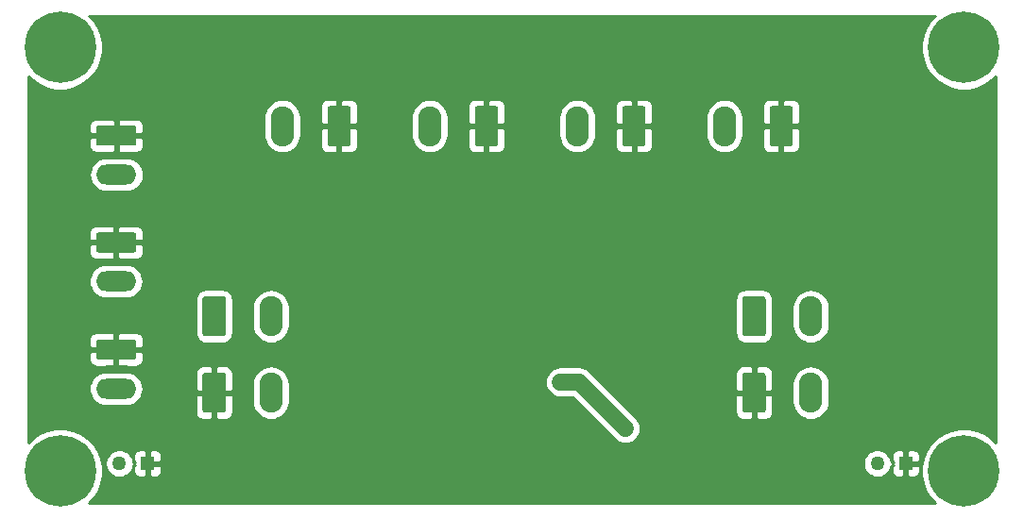
<source format=gbr>
G04 #@! TF.GenerationSoftware,KiCad,Pcbnew,5.1.5-52549c5~84~ubuntu18.04.1*
G04 #@! TF.CreationDate,2020-03-04T17:14:33+01:00*
G04 #@! TF.ProjectId,hub_usb_dispatch,6875625f-7573-4625-9f64-697370617463,rev?*
G04 #@! TF.SameCoordinates,Original*
G04 #@! TF.FileFunction,Copper,L2,Bot*
G04 #@! TF.FilePolarity,Positive*
%FSLAX46Y46*%
G04 Gerber Fmt 4.6, Leading zero omitted, Abs format (unit mm)*
G04 Created by KiCad (PCBNEW 5.1.5-52549c5~84~ubuntu18.04.1) date 2020-03-04 17:14:33*
%MOMM*%
%LPD*%
G04 APERTURE LIST*
%ADD10C,6.400000*%
%ADD11O,2.080000X3.600000*%
%ADD12C,0.100000*%
%ADD13O,3.600000X1.800000*%
%ADD14R,1.275000X1.275000*%
%ADD15C,1.275000*%
%ADD16C,0.600000*%
%ADD17C,1.200000*%
%ADD18C,1.500000*%
%ADD19C,0.254000*%
G04 APERTURE END LIST*
D10*
X134500000Y-53500000D03*
X53500000Y-91500000D03*
X53500000Y-53500000D03*
X134500000Y-91500000D03*
D11*
X73421240Y-60558680D03*
G04 #@! TA.AperFunction,ComponentPad*
D12*
G36*
X79315745Y-58759884D02*
G01*
X79340013Y-58763484D01*
X79363812Y-58769445D01*
X79386911Y-58777710D01*
X79409090Y-58788200D01*
X79430133Y-58800812D01*
X79449839Y-58815427D01*
X79468017Y-58831903D01*
X79484493Y-58850081D01*
X79499108Y-58869787D01*
X79511720Y-58890830D01*
X79522210Y-58913009D01*
X79530475Y-58936108D01*
X79536436Y-58959907D01*
X79540036Y-58984175D01*
X79541240Y-59008679D01*
X79541240Y-62108681D01*
X79540036Y-62133185D01*
X79536436Y-62157453D01*
X79530475Y-62181252D01*
X79522210Y-62204351D01*
X79511720Y-62226530D01*
X79499108Y-62247573D01*
X79484493Y-62267279D01*
X79468017Y-62285457D01*
X79449839Y-62301933D01*
X79430133Y-62316548D01*
X79409090Y-62329160D01*
X79386911Y-62339650D01*
X79363812Y-62347915D01*
X79340013Y-62353876D01*
X79315745Y-62357476D01*
X79291241Y-62358680D01*
X77711239Y-62358680D01*
X77686735Y-62357476D01*
X77662467Y-62353876D01*
X77638668Y-62347915D01*
X77615569Y-62339650D01*
X77593390Y-62329160D01*
X77572347Y-62316548D01*
X77552641Y-62301933D01*
X77534463Y-62285457D01*
X77517987Y-62267279D01*
X77503372Y-62247573D01*
X77490760Y-62226530D01*
X77480270Y-62204351D01*
X77472005Y-62181252D01*
X77466044Y-62157453D01*
X77462444Y-62133185D01*
X77461240Y-62108681D01*
X77461240Y-59008679D01*
X77462444Y-58984175D01*
X77466044Y-58959907D01*
X77472005Y-58936108D01*
X77480270Y-58913009D01*
X77490760Y-58890830D01*
X77503372Y-58869787D01*
X77517987Y-58850081D01*
X77534463Y-58831903D01*
X77552641Y-58815427D01*
X77572347Y-58800812D01*
X77593390Y-58788200D01*
X77615569Y-58777710D01*
X77638668Y-58769445D01*
X77662467Y-58763484D01*
X77686735Y-58759884D01*
X77711239Y-58758680D01*
X79291241Y-58758680D01*
X79315745Y-58759884D01*
G37*
G04 #@! TD.AperFunction*
D11*
X86634320Y-60558680D03*
G04 #@! TA.AperFunction,ComponentPad*
D12*
G36*
X92528825Y-58759884D02*
G01*
X92553093Y-58763484D01*
X92576892Y-58769445D01*
X92599991Y-58777710D01*
X92622170Y-58788200D01*
X92643213Y-58800812D01*
X92662919Y-58815427D01*
X92681097Y-58831903D01*
X92697573Y-58850081D01*
X92712188Y-58869787D01*
X92724800Y-58890830D01*
X92735290Y-58913009D01*
X92743555Y-58936108D01*
X92749516Y-58959907D01*
X92753116Y-58984175D01*
X92754320Y-59008679D01*
X92754320Y-62108681D01*
X92753116Y-62133185D01*
X92749516Y-62157453D01*
X92743555Y-62181252D01*
X92735290Y-62204351D01*
X92724800Y-62226530D01*
X92712188Y-62247573D01*
X92697573Y-62267279D01*
X92681097Y-62285457D01*
X92662919Y-62301933D01*
X92643213Y-62316548D01*
X92622170Y-62329160D01*
X92599991Y-62339650D01*
X92576892Y-62347915D01*
X92553093Y-62353876D01*
X92528825Y-62357476D01*
X92504321Y-62358680D01*
X90924319Y-62358680D01*
X90899815Y-62357476D01*
X90875547Y-62353876D01*
X90851748Y-62347915D01*
X90828649Y-62339650D01*
X90806470Y-62329160D01*
X90785427Y-62316548D01*
X90765721Y-62301933D01*
X90747543Y-62285457D01*
X90731067Y-62267279D01*
X90716452Y-62247573D01*
X90703840Y-62226530D01*
X90693350Y-62204351D01*
X90685085Y-62181252D01*
X90679124Y-62157453D01*
X90675524Y-62133185D01*
X90674320Y-62108681D01*
X90674320Y-59008679D01*
X90675524Y-58984175D01*
X90679124Y-58959907D01*
X90685085Y-58936108D01*
X90693350Y-58913009D01*
X90703840Y-58890830D01*
X90716452Y-58869787D01*
X90731067Y-58850081D01*
X90747543Y-58831903D01*
X90765721Y-58815427D01*
X90785427Y-58800812D01*
X90806470Y-58788200D01*
X90828649Y-58777710D01*
X90851748Y-58769445D01*
X90875547Y-58763484D01*
X90899815Y-58759884D01*
X90924319Y-58758680D01*
X92504321Y-58758680D01*
X92528825Y-58759884D01*
G37*
G04 #@! TD.AperFunction*
D11*
X99847400Y-60558680D03*
G04 #@! TA.AperFunction,ComponentPad*
D12*
G36*
X105741905Y-58759884D02*
G01*
X105766173Y-58763484D01*
X105789972Y-58769445D01*
X105813071Y-58777710D01*
X105835250Y-58788200D01*
X105856293Y-58800812D01*
X105875999Y-58815427D01*
X105894177Y-58831903D01*
X105910653Y-58850081D01*
X105925268Y-58869787D01*
X105937880Y-58890830D01*
X105948370Y-58913009D01*
X105956635Y-58936108D01*
X105962596Y-58959907D01*
X105966196Y-58984175D01*
X105967400Y-59008679D01*
X105967400Y-62108681D01*
X105966196Y-62133185D01*
X105962596Y-62157453D01*
X105956635Y-62181252D01*
X105948370Y-62204351D01*
X105937880Y-62226530D01*
X105925268Y-62247573D01*
X105910653Y-62267279D01*
X105894177Y-62285457D01*
X105875999Y-62301933D01*
X105856293Y-62316548D01*
X105835250Y-62329160D01*
X105813071Y-62339650D01*
X105789972Y-62347915D01*
X105766173Y-62353876D01*
X105741905Y-62357476D01*
X105717401Y-62358680D01*
X104137399Y-62358680D01*
X104112895Y-62357476D01*
X104088627Y-62353876D01*
X104064828Y-62347915D01*
X104041729Y-62339650D01*
X104019550Y-62329160D01*
X103998507Y-62316548D01*
X103978801Y-62301933D01*
X103960623Y-62285457D01*
X103944147Y-62267279D01*
X103929532Y-62247573D01*
X103916920Y-62226530D01*
X103906430Y-62204351D01*
X103898165Y-62181252D01*
X103892204Y-62157453D01*
X103888604Y-62133185D01*
X103887400Y-62108681D01*
X103887400Y-59008679D01*
X103888604Y-58984175D01*
X103892204Y-58959907D01*
X103898165Y-58936108D01*
X103906430Y-58913009D01*
X103916920Y-58890830D01*
X103929532Y-58869787D01*
X103944147Y-58850081D01*
X103960623Y-58831903D01*
X103978801Y-58815427D01*
X103998507Y-58800812D01*
X104019550Y-58788200D01*
X104041729Y-58777710D01*
X104064828Y-58769445D01*
X104088627Y-58763484D01*
X104112895Y-58759884D01*
X104137399Y-58758680D01*
X105717401Y-58758680D01*
X105741905Y-58759884D01*
G37*
G04 #@! TD.AperFunction*
D11*
X113050320Y-60558680D03*
G04 #@! TA.AperFunction,ComponentPad*
D12*
G36*
X118944825Y-58759884D02*
G01*
X118969093Y-58763484D01*
X118992892Y-58769445D01*
X119015991Y-58777710D01*
X119038170Y-58788200D01*
X119059213Y-58800812D01*
X119078919Y-58815427D01*
X119097097Y-58831903D01*
X119113573Y-58850081D01*
X119128188Y-58869787D01*
X119140800Y-58890830D01*
X119151290Y-58913009D01*
X119159555Y-58936108D01*
X119165516Y-58959907D01*
X119169116Y-58984175D01*
X119170320Y-59008679D01*
X119170320Y-62108681D01*
X119169116Y-62133185D01*
X119165516Y-62157453D01*
X119159555Y-62181252D01*
X119151290Y-62204351D01*
X119140800Y-62226530D01*
X119128188Y-62247573D01*
X119113573Y-62267279D01*
X119097097Y-62285457D01*
X119078919Y-62301933D01*
X119059213Y-62316548D01*
X119038170Y-62329160D01*
X119015991Y-62339650D01*
X118992892Y-62347915D01*
X118969093Y-62353876D01*
X118944825Y-62357476D01*
X118920321Y-62358680D01*
X117340319Y-62358680D01*
X117315815Y-62357476D01*
X117291547Y-62353876D01*
X117267748Y-62347915D01*
X117244649Y-62339650D01*
X117222470Y-62329160D01*
X117201427Y-62316548D01*
X117181721Y-62301933D01*
X117163543Y-62285457D01*
X117147067Y-62267279D01*
X117132452Y-62247573D01*
X117119840Y-62226530D01*
X117109350Y-62204351D01*
X117101085Y-62181252D01*
X117095124Y-62157453D01*
X117091524Y-62133185D01*
X117090320Y-62108681D01*
X117090320Y-59008679D01*
X117091524Y-58984175D01*
X117095124Y-58959907D01*
X117101085Y-58936108D01*
X117109350Y-58913009D01*
X117119840Y-58890830D01*
X117132452Y-58869787D01*
X117147067Y-58850081D01*
X117163543Y-58831903D01*
X117181721Y-58815427D01*
X117201427Y-58800812D01*
X117222470Y-58788200D01*
X117244649Y-58777710D01*
X117267748Y-58769445D01*
X117291547Y-58763484D01*
X117315815Y-58759884D01*
X117340319Y-58758680D01*
X118920321Y-58758680D01*
X118944825Y-58759884D01*
G37*
G04 #@! TD.AperFunction*
D13*
X58534300Y-64917200D03*
G04 #@! TA.AperFunction,ComponentPad*
D12*
G36*
X60108804Y-60518404D02*
G01*
X60133073Y-60522004D01*
X60156871Y-60527965D01*
X60179971Y-60536230D01*
X60202149Y-60546720D01*
X60223193Y-60559333D01*
X60242898Y-60573947D01*
X60261077Y-60590423D01*
X60277553Y-60608602D01*
X60292167Y-60628307D01*
X60304780Y-60649351D01*
X60315270Y-60671529D01*
X60323535Y-60694629D01*
X60329496Y-60718427D01*
X60333096Y-60742696D01*
X60334300Y-60767200D01*
X60334300Y-62067200D01*
X60333096Y-62091704D01*
X60329496Y-62115973D01*
X60323535Y-62139771D01*
X60315270Y-62162871D01*
X60304780Y-62185049D01*
X60292167Y-62206093D01*
X60277553Y-62225798D01*
X60261077Y-62243977D01*
X60242898Y-62260453D01*
X60223193Y-62275067D01*
X60202149Y-62287680D01*
X60179971Y-62298170D01*
X60156871Y-62306435D01*
X60133073Y-62312396D01*
X60108804Y-62315996D01*
X60084300Y-62317200D01*
X56984300Y-62317200D01*
X56959796Y-62315996D01*
X56935527Y-62312396D01*
X56911729Y-62306435D01*
X56888629Y-62298170D01*
X56866451Y-62287680D01*
X56845407Y-62275067D01*
X56825702Y-62260453D01*
X56807523Y-62243977D01*
X56791047Y-62225798D01*
X56776433Y-62206093D01*
X56763820Y-62185049D01*
X56753330Y-62162871D01*
X56745065Y-62139771D01*
X56739104Y-62115973D01*
X56735504Y-62091704D01*
X56734300Y-62067200D01*
X56734300Y-60767200D01*
X56735504Y-60742696D01*
X56739104Y-60718427D01*
X56745065Y-60694629D01*
X56753330Y-60671529D01*
X56763820Y-60649351D01*
X56776433Y-60628307D01*
X56791047Y-60608602D01*
X56807523Y-60590423D01*
X56825702Y-60573947D01*
X56845407Y-60559333D01*
X56866451Y-60546720D01*
X56888629Y-60536230D01*
X56911729Y-60527965D01*
X56935527Y-60522004D01*
X56959796Y-60518404D01*
X56984300Y-60517200D01*
X60084300Y-60517200D01*
X60108804Y-60518404D01*
G37*
G04 #@! TD.AperFunction*
D14*
X61341000Y-90824000D03*
D15*
X58801000Y-90824000D03*
D14*
X129286000Y-90824000D03*
D15*
X126746000Y-90824000D03*
D11*
X72390000Y-77616000D03*
G04 #@! TA.AperFunction,ComponentPad*
D12*
G36*
X68124505Y-75817204D02*
G01*
X68148773Y-75820804D01*
X68172572Y-75826765D01*
X68195671Y-75835030D01*
X68217850Y-75845520D01*
X68238893Y-75858132D01*
X68258599Y-75872747D01*
X68276777Y-75889223D01*
X68293253Y-75907401D01*
X68307868Y-75927107D01*
X68320480Y-75948150D01*
X68330970Y-75970329D01*
X68339235Y-75993428D01*
X68345196Y-76017227D01*
X68348796Y-76041495D01*
X68350000Y-76065999D01*
X68350000Y-79166001D01*
X68348796Y-79190505D01*
X68345196Y-79214773D01*
X68339235Y-79238572D01*
X68330970Y-79261671D01*
X68320480Y-79283850D01*
X68307868Y-79304893D01*
X68293253Y-79324599D01*
X68276777Y-79342777D01*
X68258599Y-79359253D01*
X68238893Y-79373868D01*
X68217850Y-79386480D01*
X68195671Y-79396970D01*
X68172572Y-79405235D01*
X68148773Y-79411196D01*
X68124505Y-79414796D01*
X68100001Y-79416000D01*
X66519999Y-79416000D01*
X66495495Y-79414796D01*
X66471227Y-79411196D01*
X66447428Y-79405235D01*
X66424329Y-79396970D01*
X66402150Y-79386480D01*
X66381107Y-79373868D01*
X66361401Y-79359253D01*
X66343223Y-79342777D01*
X66326747Y-79324599D01*
X66312132Y-79304893D01*
X66299520Y-79283850D01*
X66289030Y-79261671D01*
X66280765Y-79238572D01*
X66274804Y-79214773D01*
X66271204Y-79190505D01*
X66270000Y-79166001D01*
X66270000Y-76065999D01*
X66271204Y-76041495D01*
X66274804Y-76017227D01*
X66280765Y-75993428D01*
X66289030Y-75970329D01*
X66299520Y-75948150D01*
X66312132Y-75927107D01*
X66326747Y-75907401D01*
X66343223Y-75889223D01*
X66361401Y-75872747D01*
X66381107Y-75858132D01*
X66402150Y-75845520D01*
X66424329Y-75835030D01*
X66447428Y-75826765D01*
X66471227Y-75820804D01*
X66495495Y-75817204D01*
X66519999Y-75816000D01*
X68100001Y-75816000D01*
X68124505Y-75817204D01*
G37*
G04 #@! TD.AperFunction*
D11*
X120777000Y-77616000D03*
G04 #@! TA.AperFunction,ComponentPad*
D12*
G36*
X116511505Y-75817204D02*
G01*
X116535773Y-75820804D01*
X116559572Y-75826765D01*
X116582671Y-75835030D01*
X116604850Y-75845520D01*
X116625893Y-75858132D01*
X116645599Y-75872747D01*
X116663777Y-75889223D01*
X116680253Y-75907401D01*
X116694868Y-75927107D01*
X116707480Y-75948150D01*
X116717970Y-75970329D01*
X116726235Y-75993428D01*
X116732196Y-76017227D01*
X116735796Y-76041495D01*
X116737000Y-76065999D01*
X116737000Y-79166001D01*
X116735796Y-79190505D01*
X116732196Y-79214773D01*
X116726235Y-79238572D01*
X116717970Y-79261671D01*
X116707480Y-79283850D01*
X116694868Y-79304893D01*
X116680253Y-79324599D01*
X116663777Y-79342777D01*
X116645599Y-79359253D01*
X116625893Y-79373868D01*
X116604850Y-79386480D01*
X116582671Y-79396970D01*
X116559572Y-79405235D01*
X116535773Y-79411196D01*
X116511505Y-79414796D01*
X116487001Y-79416000D01*
X114906999Y-79416000D01*
X114882495Y-79414796D01*
X114858227Y-79411196D01*
X114834428Y-79405235D01*
X114811329Y-79396970D01*
X114789150Y-79386480D01*
X114768107Y-79373868D01*
X114748401Y-79359253D01*
X114730223Y-79342777D01*
X114713747Y-79324599D01*
X114699132Y-79304893D01*
X114686520Y-79283850D01*
X114676030Y-79261671D01*
X114667765Y-79238572D01*
X114661804Y-79214773D01*
X114658204Y-79190505D01*
X114657000Y-79166001D01*
X114657000Y-76065999D01*
X114658204Y-76041495D01*
X114661804Y-76017227D01*
X114667765Y-75993428D01*
X114676030Y-75970329D01*
X114686520Y-75948150D01*
X114699132Y-75927107D01*
X114713747Y-75907401D01*
X114730223Y-75889223D01*
X114748401Y-75872747D01*
X114768107Y-75858132D01*
X114789150Y-75845520D01*
X114811329Y-75835030D01*
X114834428Y-75826765D01*
X114858227Y-75820804D01*
X114882495Y-75817204D01*
X114906999Y-75816000D01*
X116487001Y-75816000D01*
X116511505Y-75817204D01*
G37*
G04 #@! TD.AperFunction*
D11*
X72390000Y-84474000D03*
G04 #@! TA.AperFunction,ComponentPad*
D12*
G36*
X68124505Y-82675204D02*
G01*
X68148773Y-82678804D01*
X68172572Y-82684765D01*
X68195671Y-82693030D01*
X68217850Y-82703520D01*
X68238893Y-82716132D01*
X68258599Y-82730747D01*
X68276777Y-82747223D01*
X68293253Y-82765401D01*
X68307868Y-82785107D01*
X68320480Y-82806150D01*
X68330970Y-82828329D01*
X68339235Y-82851428D01*
X68345196Y-82875227D01*
X68348796Y-82899495D01*
X68350000Y-82923999D01*
X68350000Y-86024001D01*
X68348796Y-86048505D01*
X68345196Y-86072773D01*
X68339235Y-86096572D01*
X68330970Y-86119671D01*
X68320480Y-86141850D01*
X68307868Y-86162893D01*
X68293253Y-86182599D01*
X68276777Y-86200777D01*
X68258599Y-86217253D01*
X68238893Y-86231868D01*
X68217850Y-86244480D01*
X68195671Y-86254970D01*
X68172572Y-86263235D01*
X68148773Y-86269196D01*
X68124505Y-86272796D01*
X68100001Y-86274000D01*
X66519999Y-86274000D01*
X66495495Y-86272796D01*
X66471227Y-86269196D01*
X66447428Y-86263235D01*
X66424329Y-86254970D01*
X66402150Y-86244480D01*
X66381107Y-86231868D01*
X66361401Y-86217253D01*
X66343223Y-86200777D01*
X66326747Y-86182599D01*
X66312132Y-86162893D01*
X66299520Y-86141850D01*
X66289030Y-86119671D01*
X66280765Y-86096572D01*
X66274804Y-86072773D01*
X66271204Y-86048505D01*
X66270000Y-86024001D01*
X66270000Y-82923999D01*
X66271204Y-82899495D01*
X66274804Y-82875227D01*
X66280765Y-82851428D01*
X66289030Y-82828329D01*
X66299520Y-82806150D01*
X66312132Y-82785107D01*
X66326747Y-82765401D01*
X66343223Y-82747223D01*
X66361401Y-82730747D01*
X66381107Y-82716132D01*
X66402150Y-82703520D01*
X66424329Y-82693030D01*
X66447428Y-82684765D01*
X66471227Y-82678804D01*
X66495495Y-82675204D01*
X66519999Y-82674000D01*
X68100001Y-82674000D01*
X68124505Y-82675204D01*
G37*
G04 #@! TD.AperFunction*
D11*
X120777000Y-84474000D03*
G04 #@! TA.AperFunction,ComponentPad*
D12*
G36*
X116511505Y-82675204D02*
G01*
X116535773Y-82678804D01*
X116559572Y-82684765D01*
X116582671Y-82693030D01*
X116604850Y-82703520D01*
X116625893Y-82716132D01*
X116645599Y-82730747D01*
X116663777Y-82747223D01*
X116680253Y-82765401D01*
X116694868Y-82785107D01*
X116707480Y-82806150D01*
X116717970Y-82828329D01*
X116726235Y-82851428D01*
X116732196Y-82875227D01*
X116735796Y-82899495D01*
X116737000Y-82923999D01*
X116737000Y-86024001D01*
X116735796Y-86048505D01*
X116732196Y-86072773D01*
X116726235Y-86096572D01*
X116717970Y-86119671D01*
X116707480Y-86141850D01*
X116694868Y-86162893D01*
X116680253Y-86182599D01*
X116663777Y-86200777D01*
X116645599Y-86217253D01*
X116625893Y-86231868D01*
X116604850Y-86244480D01*
X116582671Y-86254970D01*
X116559572Y-86263235D01*
X116535773Y-86269196D01*
X116511505Y-86272796D01*
X116487001Y-86274000D01*
X114906999Y-86274000D01*
X114882495Y-86272796D01*
X114858227Y-86269196D01*
X114834428Y-86263235D01*
X114811329Y-86254970D01*
X114789150Y-86244480D01*
X114768107Y-86231868D01*
X114748401Y-86217253D01*
X114730223Y-86200777D01*
X114713747Y-86182599D01*
X114699132Y-86162893D01*
X114686520Y-86141850D01*
X114676030Y-86119671D01*
X114667765Y-86096572D01*
X114661804Y-86072773D01*
X114658204Y-86048505D01*
X114657000Y-86024001D01*
X114657000Y-82923999D01*
X114658204Y-82899495D01*
X114661804Y-82875227D01*
X114667765Y-82851428D01*
X114676030Y-82828329D01*
X114686520Y-82806150D01*
X114699132Y-82785107D01*
X114713747Y-82765401D01*
X114730223Y-82747223D01*
X114748401Y-82730747D01*
X114768107Y-82716132D01*
X114789150Y-82703520D01*
X114811329Y-82693030D01*
X114834428Y-82684765D01*
X114858227Y-82678804D01*
X114882495Y-82675204D01*
X114906999Y-82674000D01*
X116487001Y-82674000D01*
X116511505Y-82675204D01*
G37*
G04 #@! TD.AperFunction*
D13*
X58527000Y-84101000D03*
G04 #@! TA.AperFunction,ComponentPad*
D12*
G36*
X60101504Y-79702204D02*
G01*
X60125773Y-79705804D01*
X60149571Y-79711765D01*
X60172671Y-79720030D01*
X60194849Y-79730520D01*
X60215893Y-79743133D01*
X60235598Y-79757747D01*
X60253777Y-79774223D01*
X60270253Y-79792402D01*
X60284867Y-79812107D01*
X60297480Y-79833151D01*
X60307970Y-79855329D01*
X60316235Y-79878429D01*
X60322196Y-79902227D01*
X60325796Y-79926496D01*
X60327000Y-79951000D01*
X60327000Y-81251000D01*
X60325796Y-81275504D01*
X60322196Y-81299773D01*
X60316235Y-81323571D01*
X60307970Y-81346671D01*
X60297480Y-81368849D01*
X60284867Y-81389893D01*
X60270253Y-81409598D01*
X60253777Y-81427777D01*
X60235598Y-81444253D01*
X60215893Y-81458867D01*
X60194849Y-81471480D01*
X60172671Y-81481970D01*
X60149571Y-81490235D01*
X60125773Y-81496196D01*
X60101504Y-81499796D01*
X60077000Y-81501000D01*
X56977000Y-81501000D01*
X56952496Y-81499796D01*
X56928227Y-81496196D01*
X56904429Y-81490235D01*
X56881329Y-81481970D01*
X56859151Y-81471480D01*
X56838107Y-81458867D01*
X56818402Y-81444253D01*
X56800223Y-81427777D01*
X56783747Y-81409598D01*
X56769133Y-81389893D01*
X56756520Y-81368849D01*
X56746030Y-81346671D01*
X56737765Y-81323571D01*
X56731804Y-81299773D01*
X56728204Y-81275504D01*
X56727000Y-81251000D01*
X56727000Y-79951000D01*
X56728204Y-79926496D01*
X56731804Y-79902227D01*
X56737765Y-79878429D01*
X56746030Y-79855329D01*
X56756520Y-79833151D01*
X56769133Y-79812107D01*
X56783747Y-79792402D01*
X56800223Y-79774223D01*
X56818402Y-79757747D01*
X56838107Y-79743133D01*
X56859151Y-79730520D01*
X56881329Y-79720030D01*
X56904429Y-79711765D01*
X56928227Y-79705804D01*
X56952496Y-79702204D01*
X56977000Y-79701000D01*
X60077000Y-79701000D01*
X60101504Y-79702204D01*
G37*
G04 #@! TD.AperFunction*
D13*
X58527000Y-74501000D03*
G04 #@! TA.AperFunction,ComponentPad*
D12*
G36*
X60101504Y-70102204D02*
G01*
X60125773Y-70105804D01*
X60149571Y-70111765D01*
X60172671Y-70120030D01*
X60194849Y-70130520D01*
X60215893Y-70143133D01*
X60235598Y-70157747D01*
X60253777Y-70174223D01*
X60270253Y-70192402D01*
X60284867Y-70212107D01*
X60297480Y-70233151D01*
X60307970Y-70255329D01*
X60316235Y-70278429D01*
X60322196Y-70302227D01*
X60325796Y-70326496D01*
X60327000Y-70351000D01*
X60327000Y-71651000D01*
X60325796Y-71675504D01*
X60322196Y-71699773D01*
X60316235Y-71723571D01*
X60307970Y-71746671D01*
X60297480Y-71768849D01*
X60284867Y-71789893D01*
X60270253Y-71809598D01*
X60253777Y-71827777D01*
X60235598Y-71844253D01*
X60215893Y-71858867D01*
X60194849Y-71871480D01*
X60172671Y-71881970D01*
X60149571Y-71890235D01*
X60125773Y-71896196D01*
X60101504Y-71899796D01*
X60077000Y-71901000D01*
X56977000Y-71901000D01*
X56952496Y-71899796D01*
X56928227Y-71896196D01*
X56904429Y-71890235D01*
X56881329Y-71881970D01*
X56859151Y-71871480D01*
X56838107Y-71858867D01*
X56818402Y-71844253D01*
X56800223Y-71827777D01*
X56783747Y-71809598D01*
X56769133Y-71789893D01*
X56756520Y-71768849D01*
X56746030Y-71746671D01*
X56737765Y-71723571D01*
X56731804Y-71699773D01*
X56728204Y-71675504D01*
X56727000Y-71651000D01*
X56727000Y-70351000D01*
X56728204Y-70326496D01*
X56731804Y-70302227D01*
X56737765Y-70278429D01*
X56746030Y-70255329D01*
X56756520Y-70233151D01*
X56769133Y-70212107D01*
X56783747Y-70192402D01*
X56800223Y-70174223D01*
X56818402Y-70157747D01*
X56838107Y-70143133D01*
X56859151Y-70130520D01*
X56881329Y-70120030D01*
X56904429Y-70111765D01*
X56928227Y-70105804D01*
X56952496Y-70102204D01*
X56977000Y-70101000D01*
X60077000Y-70101000D01*
X60101504Y-70102204D01*
G37*
G04 #@! TD.AperFunction*
D16*
X52087268Y-58836500D03*
X52087268Y-65236500D03*
X52087268Y-71636500D03*
X52087268Y-78036500D03*
X52087268Y-84436500D03*
X55287268Y-62036500D03*
X55287268Y-68436500D03*
X55287268Y-74836500D03*
X55287268Y-81236500D03*
X56087268Y-86836500D03*
X56887268Y-57236500D03*
X58487268Y-51636500D03*
X58487268Y-78036500D03*
X58487268Y-93236500D03*
X60887268Y-67636500D03*
X61687268Y-54836500D03*
X61687268Y-62036500D03*
X62487268Y-74836500D03*
X62487268Y-84436500D03*
X63287268Y-90036500D03*
X64887268Y-51636500D03*
X64887268Y-58036500D03*
X64887268Y-70036500D03*
X66487268Y-93236500D03*
X67287268Y-62836500D03*
X68087268Y-54836500D03*
X68087268Y-87636500D03*
X68887268Y-67636500D03*
X70487268Y-58836500D03*
X71287268Y-51636500D03*
X71287268Y-90836500D03*
X72887268Y-70036500D03*
X72887268Y-81236500D03*
X73687268Y-55636500D03*
X74487268Y-87636500D03*
X75287268Y-93236500D03*
X76887268Y-52436500D03*
X76887268Y-76436500D03*
X78487268Y-57236500D03*
X78487268Y-90036500D03*
X80887268Y-63636500D03*
X81687268Y-54036500D03*
X81687268Y-69236500D03*
X82487268Y-74836500D03*
X82487268Y-82036500D03*
X83287268Y-58836500D03*
X84087268Y-93236500D03*
X85687268Y-51636500D03*
X85687268Y-78036500D03*
X86487268Y-86036500D03*
X87287268Y-56436500D03*
X88087268Y-90836500D03*
X88887268Y-69236500D03*
X88887268Y-82036500D03*
X89687268Y-75636500D03*
X90487268Y-53236500D03*
X92087268Y-85236500D03*
X92887268Y-57236500D03*
X94487268Y-62036500D03*
X95287268Y-51636500D03*
X95287268Y-69236500D03*
X95287268Y-76436500D03*
X96887268Y-86836500D03*
X97687268Y-55636500D03*
X98487268Y-91636500D03*
X99287268Y-71636500D03*
X100887268Y-52436500D03*
X103287268Y-69236500D03*
X104087268Y-93236500D03*
X106487268Y-51636500D03*
X107287268Y-57236500D03*
X107287268Y-90036500D03*
X108887268Y-62036500D03*
X109687268Y-80436500D03*
X110487268Y-86036500D03*
X111287268Y-92436500D03*
X112087268Y-72436500D03*
X112887268Y-51636500D03*
X114487268Y-88436500D03*
X116887268Y-64436500D03*
X117687268Y-91636500D03*
X119287268Y-51636500D03*
X120087268Y-67636500D03*
X120887268Y-61236500D03*
X120887268Y-87636500D03*
X123287268Y-79636500D03*
X123287268Y-92436500D03*
X124887268Y-52436500D03*
X126487268Y-82836500D03*
X128087268Y-55636500D03*
X128887268Y-61236500D03*
X128887268Y-67636500D03*
X128887268Y-74036500D03*
X129687268Y-79636500D03*
X129687268Y-86036500D03*
X132087268Y-58036500D03*
X132087268Y-64436500D03*
X132087268Y-70836500D03*
X132887268Y-76436500D03*
X132887268Y-82836500D03*
X135287268Y-61236500D03*
X135287268Y-67636500D03*
X135287268Y-86836500D03*
X136087268Y-73236500D03*
X136087268Y-79636500D03*
D17*
X98348800Y-83515200D03*
X104140000Y-87680800D03*
D18*
X99974400Y-83515200D02*
X103540001Y-87080801D01*
X103540001Y-87080801D02*
X104140000Y-87680800D01*
X98348800Y-83515200D02*
X99974400Y-83515200D01*
D19*
G36*
X131521161Y-51055330D02*
G01*
X131101467Y-51683446D01*
X130812377Y-52381372D01*
X130665000Y-53122285D01*
X130665000Y-53877715D01*
X130812377Y-54618628D01*
X131101467Y-55316554D01*
X131521161Y-55944670D01*
X132055330Y-56478839D01*
X132683446Y-56898533D01*
X133381372Y-57187623D01*
X134122285Y-57335000D01*
X134877715Y-57335000D01*
X135618628Y-57187623D01*
X136316554Y-56898533D01*
X136944670Y-56478839D01*
X137340000Y-56083509D01*
X137340001Y-88916492D01*
X136944670Y-88521161D01*
X136316554Y-88101467D01*
X135618628Y-87812377D01*
X134877715Y-87665000D01*
X134122285Y-87665000D01*
X133381372Y-87812377D01*
X132683446Y-88101467D01*
X132055330Y-88521161D01*
X131521161Y-89055330D01*
X131101467Y-89683446D01*
X130812377Y-90381372D01*
X130665000Y-91122285D01*
X130665000Y-91877715D01*
X130812377Y-92618628D01*
X131101467Y-93316554D01*
X131521161Y-93944670D01*
X131916491Y-94340000D01*
X56083509Y-94340000D01*
X56478839Y-93944670D01*
X56898533Y-93316554D01*
X57187623Y-92618628D01*
X57335000Y-91877715D01*
X57335000Y-91122285D01*
X57250738Y-90698670D01*
X57528500Y-90698670D01*
X57528500Y-90949330D01*
X57577402Y-91195175D01*
X57673325Y-91426755D01*
X57812585Y-91635171D01*
X57989829Y-91812415D01*
X58198245Y-91951675D01*
X58429825Y-92047598D01*
X58675670Y-92096500D01*
X58926330Y-92096500D01*
X59172175Y-92047598D01*
X59403755Y-91951675D01*
X59612171Y-91812415D01*
X59789415Y-91635171D01*
X59928675Y-91426755D01*
X60024598Y-91195175D01*
X60073167Y-90951002D01*
X60227248Y-90951002D01*
X60068500Y-91109750D01*
X60065428Y-91461500D01*
X60077688Y-91585982D01*
X60113998Y-91705680D01*
X60172963Y-91815994D01*
X60252315Y-91912685D01*
X60349006Y-91992037D01*
X60459320Y-92051002D01*
X60579018Y-92087312D01*
X60703500Y-92099572D01*
X61055250Y-92096500D01*
X61214000Y-91937750D01*
X61214000Y-90951000D01*
X61468000Y-90951000D01*
X61468000Y-91937750D01*
X61626750Y-92096500D01*
X61978500Y-92099572D01*
X62102982Y-92087312D01*
X62222680Y-92051002D01*
X62332994Y-91992037D01*
X62429685Y-91912685D01*
X62509037Y-91815994D01*
X62568002Y-91705680D01*
X62604312Y-91585982D01*
X62616572Y-91461500D01*
X62613500Y-91109750D01*
X62454750Y-90951000D01*
X61468000Y-90951000D01*
X61214000Y-90951000D01*
X61194000Y-90951000D01*
X61194000Y-90698670D01*
X125473500Y-90698670D01*
X125473500Y-90949330D01*
X125522402Y-91195175D01*
X125618325Y-91426755D01*
X125757585Y-91635171D01*
X125934829Y-91812415D01*
X126143245Y-91951675D01*
X126374825Y-92047598D01*
X126620670Y-92096500D01*
X126871330Y-92096500D01*
X127117175Y-92047598D01*
X127348755Y-91951675D01*
X127557171Y-91812415D01*
X127734415Y-91635171D01*
X127873675Y-91426755D01*
X127969598Y-91195175D01*
X128018167Y-90951002D01*
X128172248Y-90951002D01*
X128013500Y-91109750D01*
X128010428Y-91461500D01*
X128022688Y-91585982D01*
X128058998Y-91705680D01*
X128117963Y-91815994D01*
X128197315Y-91912685D01*
X128294006Y-91992037D01*
X128404320Y-92051002D01*
X128524018Y-92087312D01*
X128648500Y-92099572D01*
X129000250Y-92096500D01*
X129159000Y-91937750D01*
X129159000Y-90951000D01*
X129413000Y-90951000D01*
X129413000Y-91937750D01*
X129571750Y-92096500D01*
X129923500Y-92099572D01*
X130047982Y-92087312D01*
X130167680Y-92051002D01*
X130277994Y-91992037D01*
X130374685Y-91912685D01*
X130454037Y-91815994D01*
X130513002Y-91705680D01*
X130549312Y-91585982D01*
X130561572Y-91461500D01*
X130558500Y-91109750D01*
X130399750Y-90951000D01*
X129413000Y-90951000D01*
X129159000Y-90951000D01*
X129139000Y-90951000D01*
X129139000Y-90697000D01*
X129159000Y-90697000D01*
X129159000Y-89710250D01*
X129413000Y-89710250D01*
X129413000Y-90697000D01*
X130399750Y-90697000D01*
X130558500Y-90538250D01*
X130561572Y-90186500D01*
X130549312Y-90062018D01*
X130513002Y-89942320D01*
X130454037Y-89832006D01*
X130374685Y-89735315D01*
X130277994Y-89655963D01*
X130167680Y-89596998D01*
X130047982Y-89560688D01*
X129923500Y-89548428D01*
X129571750Y-89551500D01*
X129413000Y-89710250D01*
X129159000Y-89710250D01*
X129000250Y-89551500D01*
X128648500Y-89548428D01*
X128524018Y-89560688D01*
X128404320Y-89596998D01*
X128294006Y-89655963D01*
X128197315Y-89735315D01*
X128117963Y-89832006D01*
X128058998Y-89942320D01*
X128022688Y-90062018D01*
X128010428Y-90186500D01*
X128013500Y-90538250D01*
X128172248Y-90696998D01*
X128018167Y-90696998D01*
X127969598Y-90452825D01*
X127873675Y-90221245D01*
X127734415Y-90012829D01*
X127557171Y-89835585D01*
X127348755Y-89696325D01*
X127117175Y-89600402D01*
X126871330Y-89551500D01*
X126620670Y-89551500D01*
X126374825Y-89600402D01*
X126143245Y-89696325D01*
X125934829Y-89835585D01*
X125757585Y-90012829D01*
X125618325Y-90221245D01*
X125522402Y-90452825D01*
X125473500Y-90698670D01*
X61194000Y-90698670D01*
X61194000Y-90697000D01*
X61214000Y-90697000D01*
X61214000Y-89710250D01*
X61468000Y-89710250D01*
X61468000Y-90697000D01*
X62454750Y-90697000D01*
X62613500Y-90538250D01*
X62616572Y-90186500D01*
X62604312Y-90062018D01*
X62568002Y-89942320D01*
X62509037Y-89832006D01*
X62429685Y-89735315D01*
X62332994Y-89655963D01*
X62222680Y-89596998D01*
X62102982Y-89560688D01*
X61978500Y-89548428D01*
X61626750Y-89551500D01*
X61468000Y-89710250D01*
X61214000Y-89710250D01*
X61055250Y-89551500D01*
X60703500Y-89548428D01*
X60579018Y-89560688D01*
X60459320Y-89596998D01*
X60349006Y-89655963D01*
X60252315Y-89735315D01*
X60172963Y-89832006D01*
X60113998Y-89942320D01*
X60077688Y-90062018D01*
X60065428Y-90186500D01*
X60068500Y-90538250D01*
X60227248Y-90696998D01*
X60073167Y-90696998D01*
X60024598Y-90452825D01*
X59928675Y-90221245D01*
X59789415Y-90012829D01*
X59612171Y-89835585D01*
X59403755Y-89696325D01*
X59172175Y-89600402D01*
X58926330Y-89551500D01*
X58675670Y-89551500D01*
X58429825Y-89600402D01*
X58198245Y-89696325D01*
X57989829Y-89835585D01*
X57812585Y-90012829D01*
X57673325Y-90221245D01*
X57577402Y-90452825D01*
X57528500Y-90698670D01*
X57250738Y-90698670D01*
X57187623Y-90381372D01*
X56898533Y-89683446D01*
X56478839Y-89055330D01*
X55944670Y-88521161D01*
X55316554Y-88101467D01*
X54618628Y-87812377D01*
X53877715Y-87665000D01*
X53122285Y-87665000D01*
X52381372Y-87812377D01*
X51683446Y-88101467D01*
X51055330Y-88521161D01*
X50660000Y-88916491D01*
X50660000Y-86274000D01*
X65631928Y-86274000D01*
X65644188Y-86398482D01*
X65680498Y-86518180D01*
X65739463Y-86628494D01*
X65818815Y-86725185D01*
X65915506Y-86804537D01*
X66025820Y-86863502D01*
X66145518Y-86899812D01*
X66270000Y-86912072D01*
X67024250Y-86909000D01*
X67183000Y-86750250D01*
X67183000Y-84601000D01*
X67437000Y-84601000D01*
X67437000Y-86750250D01*
X67595750Y-86909000D01*
X68350000Y-86912072D01*
X68474482Y-86899812D01*
X68594180Y-86863502D01*
X68704494Y-86804537D01*
X68801185Y-86725185D01*
X68880537Y-86628494D01*
X68939502Y-86518180D01*
X68975812Y-86398482D01*
X68988072Y-86274000D01*
X68985000Y-84759750D01*
X68826250Y-84601000D01*
X67437000Y-84601000D01*
X67183000Y-84601000D01*
X65793750Y-84601000D01*
X65635000Y-84759750D01*
X65631928Y-86274000D01*
X50660000Y-86274000D01*
X50660000Y-84101000D01*
X56084573Y-84101000D01*
X56114210Y-84401913D01*
X56201983Y-84691261D01*
X56344519Y-84957927D01*
X56536339Y-85191661D01*
X56770073Y-85383481D01*
X57036739Y-85526017D01*
X57326087Y-85613790D01*
X57551592Y-85636000D01*
X59502408Y-85636000D01*
X59727913Y-85613790D01*
X60017261Y-85526017D01*
X60283927Y-85383481D01*
X60517661Y-85191661D01*
X60709481Y-84957927D01*
X60852017Y-84691261D01*
X60939790Y-84401913D01*
X60969427Y-84101000D01*
X60939790Y-83800087D01*
X60852017Y-83510739D01*
X60709481Y-83244073D01*
X60517661Y-83010339D01*
X60283927Y-82818519D01*
X60017261Y-82675983D01*
X60010724Y-82674000D01*
X65631928Y-82674000D01*
X65635000Y-84188250D01*
X65793750Y-84347000D01*
X67183000Y-84347000D01*
X67183000Y-82197750D01*
X67437000Y-82197750D01*
X67437000Y-84347000D01*
X68826250Y-84347000D01*
X68985000Y-84188250D01*
X68986129Y-83631719D01*
X70715000Y-83631719D01*
X70715000Y-85316282D01*
X70739236Y-85562357D01*
X70835016Y-85878096D01*
X70990551Y-86169082D01*
X71199867Y-86424134D01*
X71454919Y-86633450D01*
X71745905Y-86788985D01*
X72061644Y-86884764D01*
X72390000Y-86917104D01*
X72718357Y-86884764D01*
X73034096Y-86788985D01*
X73325082Y-86633450D01*
X73580134Y-86424134D01*
X73789450Y-86169082D01*
X73944985Y-85878096D01*
X74040764Y-85562357D01*
X74065000Y-85316282D01*
X74065000Y-83631718D01*
X74053525Y-83515200D01*
X96957099Y-83515200D01*
X96983840Y-83786707D01*
X97063036Y-84047781D01*
X97191643Y-84288388D01*
X97364719Y-84499281D01*
X97575612Y-84672357D01*
X97816219Y-84800964D01*
X98077293Y-84880160D01*
X98280763Y-84900200D01*
X99400715Y-84900200D01*
X102608767Y-88108253D01*
X102608773Y-88108258D01*
X103208767Y-88708252D01*
X103366813Y-88837957D01*
X103607419Y-88966564D01*
X103868493Y-89045760D01*
X104140000Y-89072500D01*
X104411507Y-89045760D01*
X104672581Y-88966564D01*
X104913188Y-88837957D01*
X105124081Y-88664881D01*
X105297157Y-88453988D01*
X105425764Y-88213381D01*
X105504960Y-87952307D01*
X105531700Y-87680800D01*
X105504960Y-87409293D01*
X105425764Y-87148219D01*
X105297157Y-86907613D01*
X105167452Y-86749567D01*
X104691885Y-86274000D01*
X114018928Y-86274000D01*
X114031188Y-86398482D01*
X114067498Y-86518180D01*
X114126463Y-86628494D01*
X114205815Y-86725185D01*
X114302506Y-86804537D01*
X114412820Y-86863502D01*
X114532518Y-86899812D01*
X114657000Y-86912072D01*
X115411250Y-86909000D01*
X115570000Y-86750250D01*
X115570000Y-84601000D01*
X115824000Y-84601000D01*
X115824000Y-86750250D01*
X115982750Y-86909000D01*
X116737000Y-86912072D01*
X116861482Y-86899812D01*
X116981180Y-86863502D01*
X117091494Y-86804537D01*
X117188185Y-86725185D01*
X117267537Y-86628494D01*
X117326502Y-86518180D01*
X117362812Y-86398482D01*
X117375072Y-86274000D01*
X117372000Y-84759750D01*
X117213250Y-84601000D01*
X115824000Y-84601000D01*
X115570000Y-84601000D01*
X114180750Y-84601000D01*
X114022000Y-84759750D01*
X114018928Y-86274000D01*
X104691885Y-86274000D01*
X104567458Y-86149573D01*
X104567453Y-86149567D01*
X101091886Y-82674000D01*
X114018928Y-82674000D01*
X114022000Y-84188250D01*
X114180750Y-84347000D01*
X115570000Y-84347000D01*
X115570000Y-82197750D01*
X115824000Y-82197750D01*
X115824000Y-84347000D01*
X117213250Y-84347000D01*
X117372000Y-84188250D01*
X117373129Y-83631719D01*
X119102000Y-83631719D01*
X119102000Y-85316282D01*
X119126236Y-85562357D01*
X119222016Y-85878096D01*
X119377551Y-86169082D01*
X119586867Y-86424134D01*
X119841919Y-86633450D01*
X120132905Y-86788985D01*
X120448644Y-86884764D01*
X120777000Y-86917104D01*
X121105357Y-86884764D01*
X121421096Y-86788985D01*
X121712082Y-86633450D01*
X121967134Y-86424134D01*
X122176450Y-86169082D01*
X122331985Y-85878096D01*
X122427764Y-85562357D01*
X122452000Y-85316282D01*
X122452000Y-83631718D01*
X122427764Y-83385643D01*
X122331985Y-83069904D01*
X122176450Y-82778918D01*
X121967134Y-82523866D01*
X121712081Y-82314550D01*
X121421095Y-82159015D01*
X121105356Y-82063236D01*
X120777000Y-82030896D01*
X120448643Y-82063236D01*
X120132904Y-82159015D01*
X119841918Y-82314550D01*
X119586866Y-82523866D01*
X119377550Y-82778919D01*
X119222015Y-83069905D01*
X119126236Y-83385644D01*
X119102000Y-83631719D01*
X117373129Y-83631719D01*
X117375072Y-82674000D01*
X117362812Y-82549518D01*
X117326502Y-82429820D01*
X117267537Y-82319506D01*
X117188185Y-82222815D01*
X117091494Y-82143463D01*
X116981180Y-82084498D01*
X116861482Y-82048188D01*
X116737000Y-82035928D01*
X115982750Y-82039000D01*
X115824000Y-82197750D01*
X115570000Y-82197750D01*
X115411250Y-82039000D01*
X114657000Y-82035928D01*
X114532518Y-82048188D01*
X114412820Y-82084498D01*
X114302506Y-82143463D01*
X114205815Y-82222815D01*
X114126463Y-82319506D01*
X114067498Y-82429820D01*
X114031188Y-82549518D01*
X114018928Y-82674000D01*
X101091886Y-82674000D01*
X101001854Y-82583969D01*
X100958481Y-82531119D01*
X100747588Y-82358043D01*
X100506981Y-82229436D01*
X100245907Y-82150240D01*
X100042437Y-82130200D01*
X100042429Y-82130200D01*
X99974400Y-82123500D01*
X99906371Y-82130200D01*
X98280763Y-82130200D01*
X98077293Y-82150240D01*
X97816219Y-82229436D01*
X97575612Y-82358043D01*
X97364719Y-82531119D01*
X97191643Y-82742012D01*
X97063036Y-82982619D01*
X96983840Y-83243693D01*
X96957099Y-83515200D01*
X74053525Y-83515200D01*
X74040764Y-83385643D01*
X73944985Y-83069904D01*
X73789450Y-82778918D01*
X73580134Y-82523866D01*
X73325081Y-82314550D01*
X73034095Y-82159015D01*
X72718356Y-82063236D01*
X72390000Y-82030896D01*
X72061643Y-82063236D01*
X71745904Y-82159015D01*
X71454918Y-82314550D01*
X71199866Y-82523866D01*
X70990550Y-82778919D01*
X70835015Y-83069905D01*
X70739236Y-83385644D01*
X70715000Y-83631719D01*
X68986129Y-83631719D01*
X68988072Y-82674000D01*
X68975812Y-82549518D01*
X68939502Y-82429820D01*
X68880537Y-82319506D01*
X68801185Y-82222815D01*
X68704494Y-82143463D01*
X68594180Y-82084498D01*
X68474482Y-82048188D01*
X68350000Y-82035928D01*
X67595750Y-82039000D01*
X67437000Y-82197750D01*
X67183000Y-82197750D01*
X67024250Y-82039000D01*
X66270000Y-82035928D01*
X66145518Y-82048188D01*
X66025820Y-82084498D01*
X65915506Y-82143463D01*
X65818815Y-82222815D01*
X65739463Y-82319506D01*
X65680498Y-82429820D01*
X65644188Y-82549518D01*
X65631928Y-82674000D01*
X60010724Y-82674000D01*
X59727913Y-82588210D01*
X59502408Y-82566000D01*
X57551592Y-82566000D01*
X57326087Y-82588210D01*
X57036739Y-82675983D01*
X56770073Y-82818519D01*
X56536339Y-83010339D01*
X56344519Y-83244073D01*
X56201983Y-83510739D01*
X56114210Y-83800087D01*
X56084573Y-84101000D01*
X50660000Y-84101000D01*
X50660000Y-81501000D01*
X56088928Y-81501000D01*
X56101188Y-81625482D01*
X56137498Y-81745180D01*
X56196463Y-81855494D01*
X56275815Y-81952185D01*
X56372506Y-82031537D01*
X56482820Y-82090502D01*
X56602518Y-82126812D01*
X56727000Y-82139072D01*
X58241250Y-82136000D01*
X58400000Y-81977250D01*
X58400000Y-80728000D01*
X58654000Y-80728000D01*
X58654000Y-81977250D01*
X58812750Y-82136000D01*
X60327000Y-82139072D01*
X60451482Y-82126812D01*
X60571180Y-82090502D01*
X60681494Y-82031537D01*
X60778185Y-81952185D01*
X60857537Y-81855494D01*
X60916502Y-81745180D01*
X60952812Y-81625482D01*
X60965072Y-81501000D01*
X60962000Y-80886750D01*
X60803250Y-80728000D01*
X58654000Y-80728000D01*
X58400000Y-80728000D01*
X56250750Y-80728000D01*
X56092000Y-80886750D01*
X56088928Y-81501000D01*
X50660000Y-81501000D01*
X50660000Y-79701000D01*
X56088928Y-79701000D01*
X56092000Y-80315250D01*
X56250750Y-80474000D01*
X58400000Y-80474000D01*
X58400000Y-79224750D01*
X58654000Y-79224750D01*
X58654000Y-80474000D01*
X60803250Y-80474000D01*
X60962000Y-80315250D01*
X60965072Y-79701000D01*
X60952812Y-79576518D01*
X60916502Y-79456820D01*
X60857537Y-79346506D01*
X60778185Y-79249815D01*
X60681494Y-79170463D01*
X60571180Y-79111498D01*
X60451482Y-79075188D01*
X60327000Y-79062928D01*
X58812750Y-79066000D01*
X58654000Y-79224750D01*
X58400000Y-79224750D01*
X58241250Y-79066000D01*
X56727000Y-79062928D01*
X56602518Y-79075188D01*
X56482820Y-79111498D01*
X56372506Y-79170463D01*
X56275815Y-79249815D01*
X56196463Y-79346506D01*
X56137498Y-79456820D01*
X56101188Y-79576518D01*
X56088928Y-79701000D01*
X50660000Y-79701000D01*
X50660000Y-76065999D01*
X65631928Y-76065999D01*
X65631928Y-79166001D01*
X65648992Y-79339255D01*
X65699528Y-79505851D01*
X65781595Y-79659387D01*
X65892038Y-79793962D01*
X66026613Y-79904405D01*
X66180149Y-79986472D01*
X66346745Y-80037008D01*
X66519999Y-80054072D01*
X68100001Y-80054072D01*
X68273255Y-80037008D01*
X68439851Y-79986472D01*
X68593387Y-79904405D01*
X68727962Y-79793962D01*
X68838405Y-79659387D01*
X68920472Y-79505851D01*
X68971008Y-79339255D01*
X68988072Y-79166001D01*
X68988072Y-76773719D01*
X70715000Y-76773719D01*
X70715000Y-78458282D01*
X70739236Y-78704357D01*
X70835016Y-79020096D01*
X70990551Y-79311082D01*
X71199867Y-79566134D01*
X71454919Y-79775450D01*
X71745905Y-79930985D01*
X72061644Y-80026764D01*
X72390000Y-80059104D01*
X72718357Y-80026764D01*
X73034096Y-79930985D01*
X73325082Y-79775450D01*
X73580134Y-79566134D01*
X73789450Y-79311082D01*
X73944985Y-79020096D01*
X74040764Y-78704357D01*
X74065000Y-78458282D01*
X74065000Y-76773718D01*
X74040764Y-76527643D01*
X73944985Y-76211904D01*
X73866998Y-76065999D01*
X114018928Y-76065999D01*
X114018928Y-79166001D01*
X114035992Y-79339255D01*
X114086528Y-79505851D01*
X114168595Y-79659387D01*
X114279038Y-79793962D01*
X114413613Y-79904405D01*
X114567149Y-79986472D01*
X114733745Y-80037008D01*
X114906999Y-80054072D01*
X116487001Y-80054072D01*
X116660255Y-80037008D01*
X116826851Y-79986472D01*
X116980387Y-79904405D01*
X117114962Y-79793962D01*
X117225405Y-79659387D01*
X117307472Y-79505851D01*
X117358008Y-79339255D01*
X117375072Y-79166001D01*
X117375072Y-76773719D01*
X119102000Y-76773719D01*
X119102000Y-78458282D01*
X119126236Y-78704357D01*
X119222016Y-79020096D01*
X119377551Y-79311082D01*
X119586867Y-79566134D01*
X119841919Y-79775450D01*
X120132905Y-79930985D01*
X120448644Y-80026764D01*
X120777000Y-80059104D01*
X121105357Y-80026764D01*
X121421096Y-79930985D01*
X121712082Y-79775450D01*
X121967134Y-79566134D01*
X122176450Y-79311082D01*
X122331985Y-79020096D01*
X122427764Y-78704357D01*
X122452000Y-78458282D01*
X122452000Y-76773718D01*
X122427764Y-76527643D01*
X122331985Y-76211904D01*
X122176450Y-75920918D01*
X121967134Y-75665866D01*
X121712081Y-75456550D01*
X121421095Y-75301015D01*
X121105356Y-75205236D01*
X120777000Y-75172896D01*
X120448643Y-75205236D01*
X120132904Y-75301015D01*
X119841918Y-75456550D01*
X119586866Y-75665866D01*
X119377550Y-75920919D01*
X119222015Y-76211905D01*
X119126236Y-76527644D01*
X119102000Y-76773719D01*
X117375072Y-76773719D01*
X117375072Y-76065999D01*
X117358008Y-75892745D01*
X117307472Y-75726149D01*
X117225405Y-75572613D01*
X117114962Y-75438038D01*
X116980387Y-75327595D01*
X116826851Y-75245528D01*
X116660255Y-75194992D01*
X116487001Y-75177928D01*
X114906999Y-75177928D01*
X114733745Y-75194992D01*
X114567149Y-75245528D01*
X114413613Y-75327595D01*
X114279038Y-75438038D01*
X114168595Y-75572613D01*
X114086528Y-75726149D01*
X114035992Y-75892745D01*
X114018928Y-76065999D01*
X73866998Y-76065999D01*
X73789450Y-75920918D01*
X73580134Y-75665866D01*
X73325081Y-75456550D01*
X73034095Y-75301015D01*
X72718356Y-75205236D01*
X72390000Y-75172896D01*
X72061643Y-75205236D01*
X71745904Y-75301015D01*
X71454918Y-75456550D01*
X71199866Y-75665866D01*
X70990550Y-75920919D01*
X70835015Y-76211905D01*
X70739236Y-76527644D01*
X70715000Y-76773719D01*
X68988072Y-76773719D01*
X68988072Y-76065999D01*
X68971008Y-75892745D01*
X68920472Y-75726149D01*
X68838405Y-75572613D01*
X68727962Y-75438038D01*
X68593387Y-75327595D01*
X68439851Y-75245528D01*
X68273255Y-75194992D01*
X68100001Y-75177928D01*
X66519999Y-75177928D01*
X66346745Y-75194992D01*
X66180149Y-75245528D01*
X66026613Y-75327595D01*
X65892038Y-75438038D01*
X65781595Y-75572613D01*
X65699528Y-75726149D01*
X65648992Y-75892745D01*
X65631928Y-76065999D01*
X50660000Y-76065999D01*
X50660000Y-74501000D01*
X56084573Y-74501000D01*
X56114210Y-74801913D01*
X56201983Y-75091261D01*
X56344519Y-75357927D01*
X56536339Y-75591661D01*
X56770073Y-75783481D01*
X57036739Y-75926017D01*
X57326087Y-76013790D01*
X57551592Y-76036000D01*
X59502408Y-76036000D01*
X59727913Y-76013790D01*
X60017261Y-75926017D01*
X60283927Y-75783481D01*
X60517661Y-75591661D01*
X60709481Y-75357927D01*
X60852017Y-75091261D01*
X60939790Y-74801913D01*
X60969427Y-74501000D01*
X60939790Y-74200087D01*
X60852017Y-73910739D01*
X60709481Y-73644073D01*
X60517661Y-73410339D01*
X60283927Y-73218519D01*
X60017261Y-73075983D01*
X59727913Y-72988210D01*
X59502408Y-72966000D01*
X57551592Y-72966000D01*
X57326087Y-72988210D01*
X57036739Y-73075983D01*
X56770073Y-73218519D01*
X56536339Y-73410339D01*
X56344519Y-73644073D01*
X56201983Y-73910739D01*
X56114210Y-74200087D01*
X56084573Y-74501000D01*
X50660000Y-74501000D01*
X50660000Y-71901000D01*
X56088928Y-71901000D01*
X56101188Y-72025482D01*
X56137498Y-72145180D01*
X56196463Y-72255494D01*
X56275815Y-72352185D01*
X56372506Y-72431537D01*
X56482820Y-72490502D01*
X56602518Y-72526812D01*
X56727000Y-72539072D01*
X58241250Y-72536000D01*
X58400000Y-72377250D01*
X58400000Y-71128000D01*
X58654000Y-71128000D01*
X58654000Y-72377250D01*
X58812750Y-72536000D01*
X60327000Y-72539072D01*
X60451482Y-72526812D01*
X60571180Y-72490502D01*
X60681494Y-72431537D01*
X60778185Y-72352185D01*
X60857537Y-72255494D01*
X60916502Y-72145180D01*
X60952812Y-72025482D01*
X60965072Y-71901000D01*
X60962000Y-71286750D01*
X60803250Y-71128000D01*
X58654000Y-71128000D01*
X58400000Y-71128000D01*
X56250750Y-71128000D01*
X56092000Y-71286750D01*
X56088928Y-71901000D01*
X50660000Y-71901000D01*
X50660000Y-70101000D01*
X56088928Y-70101000D01*
X56092000Y-70715250D01*
X56250750Y-70874000D01*
X58400000Y-70874000D01*
X58400000Y-69624750D01*
X58654000Y-69624750D01*
X58654000Y-70874000D01*
X60803250Y-70874000D01*
X60962000Y-70715250D01*
X60965072Y-70101000D01*
X60952812Y-69976518D01*
X60916502Y-69856820D01*
X60857537Y-69746506D01*
X60778185Y-69649815D01*
X60681494Y-69570463D01*
X60571180Y-69511498D01*
X60451482Y-69475188D01*
X60327000Y-69462928D01*
X58812750Y-69466000D01*
X58654000Y-69624750D01*
X58400000Y-69624750D01*
X58241250Y-69466000D01*
X56727000Y-69462928D01*
X56602518Y-69475188D01*
X56482820Y-69511498D01*
X56372506Y-69570463D01*
X56275815Y-69649815D01*
X56196463Y-69746506D01*
X56137498Y-69856820D01*
X56101188Y-69976518D01*
X56088928Y-70101000D01*
X50660000Y-70101000D01*
X50660000Y-64917200D01*
X56091873Y-64917200D01*
X56121510Y-65218113D01*
X56209283Y-65507461D01*
X56351819Y-65774127D01*
X56543639Y-66007861D01*
X56777373Y-66199681D01*
X57044039Y-66342217D01*
X57333387Y-66429990D01*
X57558892Y-66452200D01*
X59509708Y-66452200D01*
X59735213Y-66429990D01*
X60024561Y-66342217D01*
X60291227Y-66199681D01*
X60524961Y-66007861D01*
X60716781Y-65774127D01*
X60859317Y-65507461D01*
X60947090Y-65218113D01*
X60976727Y-64917200D01*
X60947090Y-64616287D01*
X60859317Y-64326939D01*
X60716781Y-64060273D01*
X60524961Y-63826539D01*
X60291227Y-63634719D01*
X60024561Y-63492183D01*
X59735213Y-63404410D01*
X59509708Y-63382200D01*
X57558892Y-63382200D01*
X57333387Y-63404410D01*
X57044039Y-63492183D01*
X56777373Y-63634719D01*
X56543639Y-63826539D01*
X56351819Y-64060273D01*
X56209283Y-64326939D01*
X56121510Y-64616287D01*
X56091873Y-64917200D01*
X50660000Y-64917200D01*
X50660000Y-62317200D01*
X56096228Y-62317200D01*
X56108488Y-62441682D01*
X56144798Y-62561380D01*
X56203763Y-62671694D01*
X56283115Y-62768385D01*
X56379806Y-62847737D01*
X56490120Y-62906702D01*
X56609818Y-62943012D01*
X56734300Y-62955272D01*
X58248550Y-62952200D01*
X58407300Y-62793450D01*
X58407300Y-61544200D01*
X58661300Y-61544200D01*
X58661300Y-62793450D01*
X58820050Y-62952200D01*
X60334300Y-62955272D01*
X60458782Y-62943012D01*
X60578480Y-62906702D01*
X60688794Y-62847737D01*
X60785485Y-62768385D01*
X60864837Y-62671694D01*
X60923802Y-62561380D01*
X60960112Y-62441682D01*
X60972372Y-62317200D01*
X60969300Y-61702950D01*
X60810550Y-61544200D01*
X58661300Y-61544200D01*
X58407300Y-61544200D01*
X56258050Y-61544200D01*
X56099300Y-61702950D01*
X56096228Y-62317200D01*
X50660000Y-62317200D01*
X50660000Y-60517200D01*
X56096228Y-60517200D01*
X56099300Y-61131450D01*
X56258050Y-61290200D01*
X58407300Y-61290200D01*
X58407300Y-60040950D01*
X58661300Y-60040950D01*
X58661300Y-61290200D01*
X60810550Y-61290200D01*
X60969300Y-61131450D01*
X60972372Y-60517200D01*
X60960112Y-60392718D01*
X60923802Y-60273020D01*
X60864837Y-60162706D01*
X60785485Y-60066015D01*
X60688794Y-59986663D01*
X60578480Y-59927698D01*
X60458782Y-59891388D01*
X60334300Y-59879128D01*
X58820050Y-59882200D01*
X58661300Y-60040950D01*
X58407300Y-60040950D01*
X58248550Y-59882200D01*
X56734300Y-59879128D01*
X56609818Y-59891388D01*
X56490120Y-59927698D01*
X56379806Y-59986663D01*
X56283115Y-60066015D01*
X56203763Y-60162706D01*
X56144798Y-60273020D01*
X56108488Y-60392718D01*
X56096228Y-60517200D01*
X50660000Y-60517200D01*
X50660000Y-59716398D01*
X71746240Y-59716398D01*
X71746240Y-61400961D01*
X71770476Y-61647036D01*
X71866255Y-61962775D01*
X72021790Y-62253761D01*
X72231106Y-62508814D01*
X72486158Y-62718130D01*
X72777144Y-62873665D01*
X73092883Y-62969444D01*
X73421240Y-63001784D01*
X73749596Y-62969444D01*
X74065335Y-62873665D01*
X74356321Y-62718130D01*
X74611374Y-62508814D01*
X74734585Y-62358680D01*
X76823168Y-62358680D01*
X76835428Y-62483162D01*
X76871738Y-62602860D01*
X76930703Y-62713174D01*
X77010055Y-62809865D01*
X77106746Y-62889217D01*
X77217060Y-62948182D01*
X77336758Y-62984492D01*
X77461240Y-62996752D01*
X78215490Y-62993680D01*
X78374240Y-62834930D01*
X78374240Y-60685680D01*
X78628240Y-60685680D01*
X78628240Y-62834930D01*
X78786990Y-62993680D01*
X79541240Y-62996752D01*
X79665722Y-62984492D01*
X79785420Y-62948182D01*
X79895734Y-62889217D01*
X79992425Y-62809865D01*
X80071777Y-62713174D01*
X80130742Y-62602860D01*
X80167052Y-62483162D01*
X80179312Y-62358680D01*
X80176240Y-60844430D01*
X80017490Y-60685680D01*
X78628240Y-60685680D01*
X78374240Y-60685680D01*
X76984990Y-60685680D01*
X76826240Y-60844430D01*
X76823168Y-62358680D01*
X74734585Y-62358680D01*
X74820690Y-62253762D01*
X74976225Y-61962776D01*
X75072004Y-61647037D01*
X75096240Y-61400962D01*
X75096240Y-59716398D01*
X75072004Y-59470323D01*
X74976225Y-59154584D01*
X74820690Y-58863598D01*
X74734586Y-58758680D01*
X76823168Y-58758680D01*
X76826240Y-60272930D01*
X76984990Y-60431680D01*
X78374240Y-60431680D01*
X78374240Y-58282430D01*
X78628240Y-58282430D01*
X78628240Y-60431680D01*
X80017490Y-60431680D01*
X80176240Y-60272930D01*
X80177369Y-59716398D01*
X84959320Y-59716398D01*
X84959320Y-61400961D01*
X84983556Y-61647036D01*
X85079335Y-61962775D01*
X85234870Y-62253761D01*
X85444186Y-62508814D01*
X85699238Y-62718130D01*
X85990224Y-62873665D01*
X86305963Y-62969444D01*
X86634320Y-63001784D01*
X86962676Y-62969444D01*
X87278415Y-62873665D01*
X87569401Y-62718130D01*
X87824454Y-62508814D01*
X87947665Y-62358680D01*
X90036248Y-62358680D01*
X90048508Y-62483162D01*
X90084818Y-62602860D01*
X90143783Y-62713174D01*
X90223135Y-62809865D01*
X90319826Y-62889217D01*
X90430140Y-62948182D01*
X90549838Y-62984492D01*
X90674320Y-62996752D01*
X91428570Y-62993680D01*
X91587320Y-62834930D01*
X91587320Y-60685680D01*
X91841320Y-60685680D01*
X91841320Y-62834930D01*
X92000070Y-62993680D01*
X92754320Y-62996752D01*
X92878802Y-62984492D01*
X92998500Y-62948182D01*
X93108814Y-62889217D01*
X93205505Y-62809865D01*
X93284857Y-62713174D01*
X93343822Y-62602860D01*
X93380132Y-62483162D01*
X93392392Y-62358680D01*
X93389320Y-60844430D01*
X93230570Y-60685680D01*
X91841320Y-60685680D01*
X91587320Y-60685680D01*
X90198070Y-60685680D01*
X90039320Y-60844430D01*
X90036248Y-62358680D01*
X87947665Y-62358680D01*
X88033770Y-62253762D01*
X88189305Y-61962776D01*
X88285084Y-61647037D01*
X88309320Y-61400962D01*
X88309320Y-59716398D01*
X88285084Y-59470323D01*
X88189305Y-59154584D01*
X88033770Y-58863598D01*
X87947666Y-58758680D01*
X90036248Y-58758680D01*
X90039320Y-60272930D01*
X90198070Y-60431680D01*
X91587320Y-60431680D01*
X91587320Y-58282430D01*
X91841320Y-58282430D01*
X91841320Y-60431680D01*
X93230570Y-60431680D01*
X93389320Y-60272930D01*
X93390449Y-59716398D01*
X98172400Y-59716398D01*
X98172400Y-61400961D01*
X98196636Y-61647036D01*
X98292415Y-61962775D01*
X98447950Y-62253761D01*
X98657266Y-62508814D01*
X98912318Y-62718130D01*
X99203304Y-62873665D01*
X99519043Y-62969444D01*
X99847400Y-63001784D01*
X100175756Y-62969444D01*
X100491495Y-62873665D01*
X100782481Y-62718130D01*
X101037534Y-62508814D01*
X101160745Y-62358680D01*
X103249328Y-62358680D01*
X103261588Y-62483162D01*
X103297898Y-62602860D01*
X103356863Y-62713174D01*
X103436215Y-62809865D01*
X103532906Y-62889217D01*
X103643220Y-62948182D01*
X103762918Y-62984492D01*
X103887400Y-62996752D01*
X104641650Y-62993680D01*
X104800400Y-62834930D01*
X104800400Y-60685680D01*
X105054400Y-60685680D01*
X105054400Y-62834930D01*
X105213150Y-62993680D01*
X105967400Y-62996752D01*
X106091882Y-62984492D01*
X106211580Y-62948182D01*
X106321894Y-62889217D01*
X106418585Y-62809865D01*
X106497937Y-62713174D01*
X106556902Y-62602860D01*
X106593212Y-62483162D01*
X106605472Y-62358680D01*
X106602400Y-60844430D01*
X106443650Y-60685680D01*
X105054400Y-60685680D01*
X104800400Y-60685680D01*
X103411150Y-60685680D01*
X103252400Y-60844430D01*
X103249328Y-62358680D01*
X101160745Y-62358680D01*
X101246850Y-62253762D01*
X101402385Y-61962776D01*
X101498164Y-61647037D01*
X101522400Y-61400962D01*
X101522400Y-59716398D01*
X101498164Y-59470323D01*
X101402385Y-59154584D01*
X101246850Y-58863598D01*
X101160746Y-58758680D01*
X103249328Y-58758680D01*
X103252400Y-60272930D01*
X103411150Y-60431680D01*
X104800400Y-60431680D01*
X104800400Y-58282430D01*
X105054400Y-58282430D01*
X105054400Y-60431680D01*
X106443650Y-60431680D01*
X106602400Y-60272930D01*
X106603529Y-59716398D01*
X111375320Y-59716398D01*
X111375320Y-61400961D01*
X111399556Y-61647036D01*
X111495335Y-61962775D01*
X111650870Y-62253761D01*
X111860186Y-62508814D01*
X112115238Y-62718130D01*
X112406224Y-62873665D01*
X112721963Y-62969444D01*
X113050320Y-63001784D01*
X113378676Y-62969444D01*
X113694415Y-62873665D01*
X113985401Y-62718130D01*
X114240454Y-62508814D01*
X114363665Y-62358680D01*
X116452248Y-62358680D01*
X116464508Y-62483162D01*
X116500818Y-62602860D01*
X116559783Y-62713174D01*
X116639135Y-62809865D01*
X116735826Y-62889217D01*
X116846140Y-62948182D01*
X116965838Y-62984492D01*
X117090320Y-62996752D01*
X117844570Y-62993680D01*
X118003320Y-62834930D01*
X118003320Y-60685680D01*
X118257320Y-60685680D01*
X118257320Y-62834930D01*
X118416070Y-62993680D01*
X119170320Y-62996752D01*
X119294802Y-62984492D01*
X119414500Y-62948182D01*
X119524814Y-62889217D01*
X119621505Y-62809865D01*
X119700857Y-62713174D01*
X119759822Y-62602860D01*
X119796132Y-62483162D01*
X119808392Y-62358680D01*
X119805320Y-60844430D01*
X119646570Y-60685680D01*
X118257320Y-60685680D01*
X118003320Y-60685680D01*
X116614070Y-60685680D01*
X116455320Y-60844430D01*
X116452248Y-62358680D01*
X114363665Y-62358680D01*
X114449770Y-62253762D01*
X114605305Y-61962776D01*
X114701084Y-61647037D01*
X114725320Y-61400962D01*
X114725320Y-59716398D01*
X114701084Y-59470323D01*
X114605305Y-59154584D01*
X114449770Y-58863598D01*
X114363666Y-58758680D01*
X116452248Y-58758680D01*
X116455320Y-60272930D01*
X116614070Y-60431680D01*
X118003320Y-60431680D01*
X118003320Y-58282430D01*
X118257320Y-58282430D01*
X118257320Y-60431680D01*
X119646570Y-60431680D01*
X119805320Y-60272930D01*
X119808392Y-58758680D01*
X119796132Y-58634198D01*
X119759822Y-58514500D01*
X119700857Y-58404186D01*
X119621505Y-58307495D01*
X119524814Y-58228143D01*
X119414500Y-58169178D01*
X119294802Y-58132868D01*
X119170320Y-58120608D01*
X118416070Y-58123680D01*
X118257320Y-58282430D01*
X118003320Y-58282430D01*
X117844570Y-58123680D01*
X117090320Y-58120608D01*
X116965838Y-58132868D01*
X116846140Y-58169178D01*
X116735826Y-58228143D01*
X116639135Y-58307495D01*
X116559783Y-58404186D01*
X116500818Y-58514500D01*
X116464508Y-58634198D01*
X116452248Y-58758680D01*
X114363666Y-58758680D01*
X114240454Y-58608546D01*
X113985402Y-58399230D01*
X113694416Y-58243695D01*
X113378677Y-58147916D01*
X113050320Y-58115576D01*
X112721964Y-58147916D01*
X112406225Y-58243695D01*
X112115239Y-58399230D01*
X111860187Y-58608546D01*
X111650871Y-58863598D01*
X111495336Y-59154584D01*
X111399556Y-59470323D01*
X111375320Y-59716398D01*
X106603529Y-59716398D01*
X106605472Y-58758680D01*
X106593212Y-58634198D01*
X106556902Y-58514500D01*
X106497937Y-58404186D01*
X106418585Y-58307495D01*
X106321894Y-58228143D01*
X106211580Y-58169178D01*
X106091882Y-58132868D01*
X105967400Y-58120608D01*
X105213150Y-58123680D01*
X105054400Y-58282430D01*
X104800400Y-58282430D01*
X104641650Y-58123680D01*
X103887400Y-58120608D01*
X103762918Y-58132868D01*
X103643220Y-58169178D01*
X103532906Y-58228143D01*
X103436215Y-58307495D01*
X103356863Y-58404186D01*
X103297898Y-58514500D01*
X103261588Y-58634198D01*
X103249328Y-58758680D01*
X101160746Y-58758680D01*
X101037534Y-58608546D01*
X100782482Y-58399230D01*
X100491496Y-58243695D01*
X100175757Y-58147916D01*
X99847400Y-58115576D01*
X99519044Y-58147916D01*
X99203305Y-58243695D01*
X98912319Y-58399230D01*
X98657267Y-58608546D01*
X98447951Y-58863598D01*
X98292416Y-59154584D01*
X98196636Y-59470323D01*
X98172400Y-59716398D01*
X93390449Y-59716398D01*
X93392392Y-58758680D01*
X93380132Y-58634198D01*
X93343822Y-58514500D01*
X93284857Y-58404186D01*
X93205505Y-58307495D01*
X93108814Y-58228143D01*
X92998500Y-58169178D01*
X92878802Y-58132868D01*
X92754320Y-58120608D01*
X92000070Y-58123680D01*
X91841320Y-58282430D01*
X91587320Y-58282430D01*
X91428570Y-58123680D01*
X90674320Y-58120608D01*
X90549838Y-58132868D01*
X90430140Y-58169178D01*
X90319826Y-58228143D01*
X90223135Y-58307495D01*
X90143783Y-58404186D01*
X90084818Y-58514500D01*
X90048508Y-58634198D01*
X90036248Y-58758680D01*
X87947666Y-58758680D01*
X87824454Y-58608546D01*
X87569402Y-58399230D01*
X87278416Y-58243695D01*
X86962677Y-58147916D01*
X86634320Y-58115576D01*
X86305964Y-58147916D01*
X85990225Y-58243695D01*
X85699239Y-58399230D01*
X85444187Y-58608546D01*
X85234871Y-58863598D01*
X85079336Y-59154584D01*
X84983556Y-59470323D01*
X84959320Y-59716398D01*
X80177369Y-59716398D01*
X80179312Y-58758680D01*
X80167052Y-58634198D01*
X80130742Y-58514500D01*
X80071777Y-58404186D01*
X79992425Y-58307495D01*
X79895734Y-58228143D01*
X79785420Y-58169178D01*
X79665722Y-58132868D01*
X79541240Y-58120608D01*
X78786990Y-58123680D01*
X78628240Y-58282430D01*
X78374240Y-58282430D01*
X78215490Y-58123680D01*
X77461240Y-58120608D01*
X77336758Y-58132868D01*
X77217060Y-58169178D01*
X77106746Y-58228143D01*
X77010055Y-58307495D01*
X76930703Y-58404186D01*
X76871738Y-58514500D01*
X76835428Y-58634198D01*
X76823168Y-58758680D01*
X74734586Y-58758680D01*
X74611374Y-58608546D01*
X74356322Y-58399230D01*
X74065336Y-58243695D01*
X73749597Y-58147916D01*
X73421240Y-58115576D01*
X73092884Y-58147916D01*
X72777145Y-58243695D01*
X72486159Y-58399230D01*
X72231107Y-58608546D01*
X72021791Y-58863598D01*
X71866256Y-59154584D01*
X71770476Y-59470323D01*
X71746240Y-59716398D01*
X50660000Y-59716398D01*
X50660000Y-56083509D01*
X51055330Y-56478839D01*
X51683446Y-56898533D01*
X52381372Y-57187623D01*
X53122285Y-57335000D01*
X53877715Y-57335000D01*
X54618628Y-57187623D01*
X55316554Y-56898533D01*
X55944670Y-56478839D01*
X56478839Y-55944670D01*
X56898533Y-55316554D01*
X57187623Y-54618628D01*
X57335000Y-53877715D01*
X57335000Y-53122285D01*
X57187623Y-52381372D01*
X56898533Y-51683446D01*
X56478839Y-51055330D01*
X56083509Y-50660000D01*
X131916491Y-50660000D01*
X131521161Y-51055330D01*
G37*
X131521161Y-51055330D02*
X131101467Y-51683446D01*
X130812377Y-52381372D01*
X130665000Y-53122285D01*
X130665000Y-53877715D01*
X130812377Y-54618628D01*
X131101467Y-55316554D01*
X131521161Y-55944670D01*
X132055330Y-56478839D01*
X132683446Y-56898533D01*
X133381372Y-57187623D01*
X134122285Y-57335000D01*
X134877715Y-57335000D01*
X135618628Y-57187623D01*
X136316554Y-56898533D01*
X136944670Y-56478839D01*
X137340000Y-56083509D01*
X137340001Y-88916492D01*
X136944670Y-88521161D01*
X136316554Y-88101467D01*
X135618628Y-87812377D01*
X134877715Y-87665000D01*
X134122285Y-87665000D01*
X133381372Y-87812377D01*
X132683446Y-88101467D01*
X132055330Y-88521161D01*
X131521161Y-89055330D01*
X131101467Y-89683446D01*
X130812377Y-90381372D01*
X130665000Y-91122285D01*
X130665000Y-91877715D01*
X130812377Y-92618628D01*
X131101467Y-93316554D01*
X131521161Y-93944670D01*
X131916491Y-94340000D01*
X56083509Y-94340000D01*
X56478839Y-93944670D01*
X56898533Y-93316554D01*
X57187623Y-92618628D01*
X57335000Y-91877715D01*
X57335000Y-91122285D01*
X57250738Y-90698670D01*
X57528500Y-90698670D01*
X57528500Y-90949330D01*
X57577402Y-91195175D01*
X57673325Y-91426755D01*
X57812585Y-91635171D01*
X57989829Y-91812415D01*
X58198245Y-91951675D01*
X58429825Y-92047598D01*
X58675670Y-92096500D01*
X58926330Y-92096500D01*
X59172175Y-92047598D01*
X59403755Y-91951675D01*
X59612171Y-91812415D01*
X59789415Y-91635171D01*
X59928675Y-91426755D01*
X60024598Y-91195175D01*
X60073167Y-90951002D01*
X60227248Y-90951002D01*
X60068500Y-91109750D01*
X60065428Y-91461500D01*
X60077688Y-91585982D01*
X60113998Y-91705680D01*
X60172963Y-91815994D01*
X60252315Y-91912685D01*
X60349006Y-91992037D01*
X60459320Y-92051002D01*
X60579018Y-92087312D01*
X60703500Y-92099572D01*
X61055250Y-92096500D01*
X61214000Y-91937750D01*
X61214000Y-90951000D01*
X61468000Y-90951000D01*
X61468000Y-91937750D01*
X61626750Y-92096500D01*
X61978500Y-92099572D01*
X62102982Y-92087312D01*
X62222680Y-92051002D01*
X62332994Y-91992037D01*
X62429685Y-91912685D01*
X62509037Y-91815994D01*
X62568002Y-91705680D01*
X62604312Y-91585982D01*
X62616572Y-91461500D01*
X62613500Y-91109750D01*
X62454750Y-90951000D01*
X61468000Y-90951000D01*
X61214000Y-90951000D01*
X61194000Y-90951000D01*
X61194000Y-90698670D01*
X125473500Y-90698670D01*
X125473500Y-90949330D01*
X125522402Y-91195175D01*
X125618325Y-91426755D01*
X125757585Y-91635171D01*
X125934829Y-91812415D01*
X126143245Y-91951675D01*
X126374825Y-92047598D01*
X126620670Y-92096500D01*
X126871330Y-92096500D01*
X127117175Y-92047598D01*
X127348755Y-91951675D01*
X127557171Y-91812415D01*
X127734415Y-91635171D01*
X127873675Y-91426755D01*
X127969598Y-91195175D01*
X128018167Y-90951002D01*
X128172248Y-90951002D01*
X128013500Y-91109750D01*
X128010428Y-91461500D01*
X128022688Y-91585982D01*
X128058998Y-91705680D01*
X128117963Y-91815994D01*
X128197315Y-91912685D01*
X128294006Y-91992037D01*
X128404320Y-92051002D01*
X128524018Y-92087312D01*
X128648500Y-92099572D01*
X129000250Y-92096500D01*
X129159000Y-91937750D01*
X129159000Y-90951000D01*
X129413000Y-90951000D01*
X129413000Y-91937750D01*
X129571750Y-92096500D01*
X129923500Y-92099572D01*
X130047982Y-92087312D01*
X130167680Y-92051002D01*
X130277994Y-91992037D01*
X130374685Y-91912685D01*
X130454037Y-91815994D01*
X130513002Y-91705680D01*
X130549312Y-91585982D01*
X130561572Y-91461500D01*
X130558500Y-91109750D01*
X130399750Y-90951000D01*
X129413000Y-90951000D01*
X129159000Y-90951000D01*
X129139000Y-90951000D01*
X129139000Y-90697000D01*
X129159000Y-90697000D01*
X129159000Y-89710250D01*
X129413000Y-89710250D01*
X129413000Y-90697000D01*
X130399750Y-90697000D01*
X130558500Y-90538250D01*
X130561572Y-90186500D01*
X130549312Y-90062018D01*
X130513002Y-89942320D01*
X130454037Y-89832006D01*
X130374685Y-89735315D01*
X130277994Y-89655963D01*
X130167680Y-89596998D01*
X130047982Y-89560688D01*
X129923500Y-89548428D01*
X129571750Y-89551500D01*
X129413000Y-89710250D01*
X129159000Y-89710250D01*
X129000250Y-89551500D01*
X128648500Y-89548428D01*
X128524018Y-89560688D01*
X128404320Y-89596998D01*
X128294006Y-89655963D01*
X128197315Y-89735315D01*
X128117963Y-89832006D01*
X128058998Y-89942320D01*
X128022688Y-90062018D01*
X128010428Y-90186500D01*
X128013500Y-90538250D01*
X128172248Y-90696998D01*
X128018167Y-90696998D01*
X127969598Y-90452825D01*
X127873675Y-90221245D01*
X127734415Y-90012829D01*
X127557171Y-89835585D01*
X127348755Y-89696325D01*
X127117175Y-89600402D01*
X126871330Y-89551500D01*
X126620670Y-89551500D01*
X126374825Y-89600402D01*
X126143245Y-89696325D01*
X125934829Y-89835585D01*
X125757585Y-90012829D01*
X125618325Y-90221245D01*
X125522402Y-90452825D01*
X125473500Y-90698670D01*
X61194000Y-90698670D01*
X61194000Y-90697000D01*
X61214000Y-90697000D01*
X61214000Y-89710250D01*
X61468000Y-89710250D01*
X61468000Y-90697000D01*
X62454750Y-90697000D01*
X62613500Y-90538250D01*
X62616572Y-90186500D01*
X62604312Y-90062018D01*
X62568002Y-89942320D01*
X62509037Y-89832006D01*
X62429685Y-89735315D01*
X62332994Y-89655963D01*
X62222680Y-89596998D01*
X62102982Y-89560688D01*
X61978500Y-89548428D01*
X61626750Y-89551500D01*
X61468000Y-89710250D01*
X61214000Y-89710250D01*
X61055250Y-89551500D01*
X60703500Y-89548428D01*
X60579018Y-89560688D01*
X60459320Y-89596998D01*
X60349006Y-89655963D01*
X60252315Y-89735315D01*
X60172963Y-89832006D01*
X60113998Y-89942320D01*
X60077688Y-90062018D01*
X60065428Y-90186500D01*
X60068500Y-90538250D01*
X60227248Y-90696998D01*
X60073167Y-90696998D01*
X60024598Y-90452825D01*
X59928675Y-90221245D01*
X59789415Y-90012829D01*
X59612171Y-89835585D01*
X59403755Y-89696325D01*
X59172175Y-89600402D01*
X58926330Y-89551500D01*
X58675670Y-89551500D01*
X58429825Y-89600402D01*
X58198245Y-89696325D01*
X57989829Y-89835585D01*
X57812585Y-90012829D01*
X57673325Y-90221245D01*
X57577402Y-90452825D01*
X57528500Y-90698670D01*
X57250738Y-90698670D01*
X57187623Y-90381372D01*
X56898533Y-89683446D01*
X56478839Y-89055330D01*
X55944670Y-88521161D01*
X55316554Y-88101467D01*
X54618628Y-87812377D01*
X53877715Y-87665000D01*
X53122285Y-87665000D01*
X52381372Y-87812377D01*
X51683446Y-88101467D01*
X51055330Y-88521161D01*
X50660000Y-88916491D01*
X50660000Y-86274000D01*
X65631928Y-86274000D01*
X65644188Y-86398482D01*
X65680498Y-86518180D01*
X65739463Y-86628494D01*
X65818815Y-86725185D01*
X65915506Y-86804537D01*
X66025820Y-86863502D01*
X66145518Y-86899812D01*
X66270000Y-86912072D01*
X67024250Y-86909000D01*
X67183000Y-86750250D01*
X67183000Y-84601000D01*
X67437000Y-84601000D01*
X67437000Y-86750250D01*
X67595750Y-86909000D01*
X68350000Y-86912072D01*
X68474482Y-86899812D01*
X68594180Y-86863502D01*
X68704494Y-86804537D01*
X68801185Y-86725185D01*
X68880537Y-86628494D01*
X68939502Y-86518180D01*
X68975812Y-86398482D01*
X68988072Y-86274000D01*
X68985000Y-84759750D01*
X68826250Y-84601000D01*
X67437000Y-84601000D01*
X67183000Y-84601000D01*
X65793750Y-84601000D01*
X65635000Y-84759750D01*
X65631928Y-86274000D01*
X50660000Y-86274000D01*
X50660000Y-84101000D01*
X56084573Y-84101000D01*
X56114210Y-84401913D01*
X56201983Y-84691261D01*
X56344519Y-84957927D01*
X56536339Y-85191661D01*
X56770073Y-85383481D01*
X57036739Y-85526017D01*
X57326087Y-85613790D01*
X57551592Y-85636000D01*
X59502408Y-85636000D01*
X59727913Y-85613790D01*
X60017261Y-85526017D01*
X60283927Y-85383481D01*
X60517661Y-85191661D01*
X60709481Y-84957927D01*
X60852017Y-84691261D01*
X60939790Y-84401913D01*
X60969427Y-84101000D01*
X60939790Y-83800087D01*
X60852017Y-83510739D01*
X60709481Y-83244073D01*
X60517661Y-83010339D01*
X60283927Y-82818519D01*
X60017261Y-82675983D01*
X60010724Y-82674000D01*
X65631928Y-82674000D01*
X65635000Y-84188250D01*
X65793750Y-84347000D01*
X67183000Y-84347000D01*
X67183000Y-82197750D01*
X67437000Y-82197750D01*
X67437000Y-84347000D01*
X68826250Y-84347000D01*
X68985000Y-84188250D01*
X68986129Y-83631719D01*
X70715000Y-83631719D01*
X70715000Y-85316282D01*
X70739236Y-85562357D01*
X70835016Y-85878096D01*
X70990551Y-86169082D01*
X71199867Y-86424134D01*
X71454919Y-86633450D01*
X71745905Y-86788985D01*
X72061644Y-86884764D01*
X72390000Y-86917104D01*
X72718357Y-86884764D01*
X73034096Y-86788985D01*
X73325082Y-86633450D01*
X73580134Y-86424134D01*
X73789450Y-86169082D01*
X73944985Y-85878096D01*
X74040764Y-85562357D01*
X74065000Y-85316282D01*
X74065000Y-83631718D01*
X74053525Y-83515200D01*
X96957099Y-83515200D01*
X96983840Y-83786707D01*
X97063036Y-84047781D01*
X97191643Y-84288388D01*
X97364719Y-84499281D01*
X97575612Y-84672357D01*
X97816219Y-84800964D01*
X98077293Y-84880160D01*
X98280763Y-84900200D01*
X99400715Y-84900200D01*
X102608767Y-88108253D01*
X102608773Y-88108258D01*
X103208767Y-88708252D01*
X103366813Y-88837957D01*
X103607419Y-88966564D01*
X103868493Y-89045760D01*
X104140000Y-89072500D01*
X104411507Y-89045760D01*
X104672581Y-88966564D01*
X104913188Y-88837957D01*
X105124081Y-88664881D01*
X105297157Y-88453988D01*
X105425764Y-88213381D01*
X105504960Y-87952307D01*
X105531700Y-87680800D01*
X105504960Y-87409293D01*
X105425764Y-87148219D01*
X105297157Y-86907613D01*
X105167452Y-86749567D01*
X104691885Y-86274000D01*
X114018928Y-86274000D01*
X114031188Y-86398482D01*
X114067498Y-86518180D01*
X114126463Y-86628494D01*
X114205815Y-86725185D01*
X114302506Y-86804537D01*
X114412820Y-86863502D01*
X114532518Y-86899812D01*
X114657000Y-86912072D01*
X115411250Y-86909000D01*
X115570000Y-86750250D01*
X115570000Y-84601000D01*
X115824000Y-84601000D01*
X115824000Y-86750250D01*
X115982750Y-86909000D01*
X116737000Y-86912072D01*
X116861482Y-86899812D01*
X116981180Y-86863502D01*
X117091494Y-86804537D01*
X117188185Y-86725185D01*
X117267537Y-86628494D01*
X117326502Y-86518180D01*
X117362812Y-86398482D01*
X117375072Y-86274000D01*
X117372000Y-84759750D01*
X117213250Y-84601000D01*
X115824000Y-84601000D01*
X115570000Y-84601000D01*
X114180750Y-84601000D01*
X114022000Y-84759750D01*
X114018928Y-86274000D01*
X104691885Y-86274000D01*
X104567458Y-86149573D01*
X104567453Y-86149567D01*
X101091886Y-82674000D01*
X114018928Y-82674000D01*
X114022000Y-84188250D01*
X114180750Y-84347000D01*
X115570000Y-84347000D01*
X115570000Y-82197750D01*
X115824000Y-82197750D01*
X115824000Y-84347000D01*
X117213250Y-84347000D01*
X117372000Y-84188250D01*
X117373129Y-83631719D01*
X119102000Y-83631719D01*
X119102000Y-85316282D01*
X119126236Y-85562357D01*
X119222016Y-85878096D01*
X119377551Y-86169082D01*
X119586867Y-86424134D01*
X119841919Y-86633450D01*
X120132905Y-86788985D01*
X120448644Y-86884764D01*
X120777000Y-86917104D01*
X121105357Y-86884764D01*
X121421096Y-86788985D01*
X121712082Y-86633450D01*
X121967134Y-86424134D01*
X122176450Y-86169082D01*
X122331985Y-85878096D01*
X122427764Y-85562357D01*
X122452000Y-85316282D01*
X122452000Y-83631718D01*
X122427764Y-83385643D01*
X122331985Y-83069904D01*
X122176450Y-82778918D01*
X121967134Y-82523866D01*
X121712081Y-82314550D01*
X121421095Y-82159015D01*
X121105356Y-82063236D01*
X120777000Y-82030896D01*
X120448643Y-82063236D01*
X120132904Y-82159015D01*
X119841918Y-82314550D01*
X119586866Y-82523866D01*
X119377550Y-82778919D01*
X119222015Y-83069905D01*
X119126236Y-83385644D01*
X119102000Y-83631719D01*
X117373129Y-83631719D01*
X117375072Y-82674000D01*
X117362812Y-82549518D01*
X117326502Y-82429820D01*
X117267537Y-82319506D01*
X117188185Y-82222815D01*
X117091494Y-82143463D01*
X116981180Y-82084498D01*
X116861482Y-82048188D01*
X116737000Y-82035928D01*
X115982750Y-82039000D01*
X115824000Y-82197750D01*
X115570000Y-82197750D01*
X115411250Y-82039000D01*
X114657000Y-82035928D01*
X114532518Y-82048188D01*
X114412820Y-82084498D01*
X114302506Y-82143463D01*
X114205815Y-82222815D01*
X114126463Y-82319506D01*
X114067498Y-82429820D01*
X114031188Y-82549518D01*
X114018928Y-82674000D01*
X101091886Y-82674000D01*
X101001854Y-82583969D01*
X100958481Y-82531119D01*
X100747588Y-82358043D01*
X100506981Y-82229436D01*
X100245907Y-82150240D01*
X100042437Y-82130200D01*
X100042429Y-82130200D01*
X99974400Y-82123500D01*
X99906371Y-82130200D01*
X98280763Y-82130200D01*
X98077293Y-82150240D01*
X97816219Y-82229436D01*
X97575612Y-82358043D01*
X97364719Y-82531119D01*
X97191643Y-82742012D01*
X97063036Y-82982619D01*
X96983840Y-83243693D01*
X96957099Y-83515200D01*
X74053525Y-83515200D01*
X74040764Y-83385643D01*
X73944985Y-83069904D01*
X73789450Y-82778918D01*
X73580134Y-82523866D01*
X73325081Y-82314550D01*
X73034095Y-82159015D01*
X72718356Y-82063236D01*
X72390000Y-82030896D01*
X72061643Y-82063236D01*
X71745904Y-82159015D01*
X71454918Y-82314550D01*
X71199866Y-82523866D01*
X70990550Y-82778919D01*
X70835015Y-83069905D01*
X70739236Y-83385644D01*
X70715000Y-83631719D01*
X68986129Y-83631719D01*
X68988072Y-82674000D01*
X68975812Y-82549518D01*
X68939502Y-82429820D01*
X68880537Y-82319506D01*
X68801185Y-82222815D01*
X68704494Y-82143463D01*
X68594180Y-82084498D01*
X68474482Y-82048188D01*
X68350000Y-82035928D01*
X67595750Y-82039000D01*
X67437000Y-82197750D01*
X67183000Y-82197750D01*
X67024250Y-82039000D01*
X66270000Y-82035928D01*
X66145518Y-82048188D01*
X66025820Y-82084498D01*
X65915506Y-82143463D01*
X65818815Y-82222815D01*
X65739463Y-82319506D01*
X65680498Y-82429820D01*
X65644188Y-82549518D01*
X65631928Y-82674000D01*
X60010724Y-82674000D01*
X59727913Y-82588210D01*
X59502408Y-82566000D01*
X57551592Y-82566000D01*
X57326087Y-82588210D01*
X57036739Y-82675983D01*
X56770073Y-82818519D01*
X56536339Y-83010339D01*
X56344519Y-83244073D01*
X56201983Y-83510739D01*
X56114210Y-83800087D01*
X56084573Y-84101000D01*
X50660000Y-84101000D01*
X50660000Y-81501000D01*
X56088928Y-81501000D01*
X56101188Y-81625482D01*
X56137498Y-81745180D01*
X56196463Y-81855494D01*
X56275815Y-81952185D01*
X56372506Y-82031537D01*
X56482820Y-82090502D01*
X56602518Y-82126812D01*
X56727000Y-82139072D01*
X58241250Y-82136000D01*
X58400000Y-81977250D01*
X58400000Y-80728000D01*
X58654000Y-80728000D01*
X58654000Y-81977250D01*
X58812750Y-82136000D01*
X60327000Y-82139072D01*
X60451482Y-82126812D01*
X60571180Y-82090502D01*
X60681494Y-82031537D01*
X60778185Y-81952185D01*
X60857537Y-81855494D01*
X60916502Y-81745180D01*
X60952812Y-81625482D01*
X60965072Y-81501000D01*
X60962000Y-80886750D01*
X60803250Y-80728000D01*
X58654000Y-80728000D01*
X58400000Y-80728000D01*
X56250750Y-80728000D01*
X56092000Y-80886750D01*
X56088928Y-81501000D01*
X50660000Y-81501000D01*
X50660000Y-79701000D01*
X56088928Y-79701000D01*
X56092000Y-80315250D01*
X56250750Y-80474000D01*
X58400000Y-80474000D01*
X58400000Y-79224750D01*
X58654000Y-79224750D01*
X58654000Y-80474000D01*
X60803250Y-80474000D01*
X60962000Y-80315250D01*
X60965072Y-79701000D01*
X60952812Y-79576518D01*
X60916502Y-79456820D01*
X60857537Y-79346506D01*
X60778185Y-79249815D01*
X60681494Y-79170463D01*
X60571180Y-79111498D01*
X60451482Y-79075188D01*
X60327000Y-79062928D01*
X58812750Y-79066000D01*
X58654000Y-79224750D01*
X58400000Y-79224750D01*
X58241250Y-79066000D01*
X56727000Y-79062928D01*
X56602518Y-79075188D01*
X56482820Y-79111498D01*
X56372506Y-79170463D01*
X56275815Y-79249815D01*
X56196463Y-79346506D01*
X56137498Y-79456820D01*
X56101188Y-79576518D01*
X56088928Y-79701000D01*
X50660000Y-79701000D01*
X50660000Y-76065999D01*
X65631928Y-76065999D01*
X65631928Y-79166001D01*
X65648992Y-79339255D01*
X65699528Y-79505851D01*
X65781595Y-79659387D01*
X65892038Y-79793962D01*
X66026613Y-79904405D01*
X66180149Y-79986472D01*
X66346745Y-80037008D01*
X66519999Y-80054072D01*
X68100001Y-80054072D01*
X68273255Y-80037008D01*
X68439851Y-79986472D01*
X68593387Y-79904405D01*
X68727962Y-79793962D01*
X68838405Y-79659387D01*
X68920472Y-79505851D01*
X68971008Y-79339255D01*
X68988072Y-79166001D01*
X68988072Y-76773719D01*
X70715000Y-76773719D01*
X70715000Y-78458282D01*
X70739236Y-78704357D01*
X70835016Y-79020096D01*
X70990551Y-79311082D01*
X71199867Y-79566134D01*
X71454919Y-79775450D01*
X71745905Y-79930985D01*
X72061644Y-80026764D01*
X72390000Y-80059104D01*
X72718357Y-80026764D01*
X73034096Y-79930985D01*
X73325082Y-79775450D01*
X73580134Y-79566134D01*
X73789450Y-79311082D01*
X73944985Y-79020096D01*
X74040764Y-78704357D01*
X74065000Y-78458282D01*
X74065000Y-76773718D01*
X74040764Y-76527643D01*
X73944985Y-76211904D01*
X73866998Y-76065999D01*
X114018928Y-76065999D01*
X114018928Y-79166001D01*
X114035992Y-79339255D01*
X114086528Y-79505851D01*
X114168595Y-79659387D01*
X114279038Y-79793962D01*
X114413613Y-79904405D01*
X114567149Y-79986472D01*
X114733745Y-80037008D01*
X114906999Y-80054072D01*
X116487001Y-80054072D01*
X116660255Y-80037008D01*
X116826851Y-79986472D01*
X116980387Y-79904405D01*
X117114962Y-79793962D01*
X117225405Y-79659387D01*
X117307472Y-79505851D01*
X117358008Y-79339255D01*
X117375072Y-79166001D01*
X117375072Y-76773719D01*
X119102000Y-76773719D01*
X119102000Y-78458282D01*
X119126236Y-78704357D01*
X119222016Y-79020096D01*
X119377551Y-79311082D01*
X119586867Y-79566134D01*
X119841919Y-79775450D01*
X120132905Y-79930985D01*
X120448644Y-80026764D01*
X120777000Y-80059104D01*
X121105357Y-80026764D01*
X121421096Y-79930985D01*
X121712082Y-79775450D01*
X121967134Y-79566134D01*
X122176450Y-79311082D01*
X122331985Y-79020096D01*
X122427764Y-78704357D01*
X122452000Y-78458282D01*
X122452000Y-76773718D01*
X122427764Y-76527643D01*
X122331985Y-76211904D01*
X122176450Y-75920918D01*
X121967134Y-75665866D01*
X121712081Y-75456550D01*
X121421095Y-75301015D01*
X121105356Y-75205236D01*
X120777000Y-75172896D01*
X120448643Y-75205236D01*
X120132904Y-75301015D01*
X119841918Y-75456550D01*
X119586866Y-75665866D01*
X119377550Y-75920919D01*
X119222015Y-76211905D01*
X119126236Y-76527644D01*
X119102000Y-76773719D01*
X117375072Y-76773719D01*
X117375072Y-76065999D01*
X117358008Y-75892745D01*
X117307472Y-75726149D01*
X117225405Y-75572613D01*
X117114962Y-75438038D01*
X116980387Y-75327595D01*
X116826851Y-75245528D01*
X116660255Y-75194992D01*
X116487001Y-75177928D01*
X114906999Y-75177928D01*
X114733745Y-75194992D01*
X114567149Y-75245528D01*
X114413613Y-75327595D01*
X114279038Y-75438038D01*
X114168595Y-75572613D01*
X114086528Y-75726149D01*
X114035992Y-75892745D01*
X114018928Y-76065999D01*
X73866998Y-76065999D01*
X73789450Y-75920918D01*
X73580134Y-75665866D01*
X73325081Y-75456550D01*
X73034095Y-75301015D01*
X72718356Y-75205236D01*
X72390000Y-75172896D01*
X72061643Y-75205236D01*
X71745904Y-75301015D01*
X71454918Y-75456550D01*
X71199866Y-75665866D01*
X70990550Y-75920919D01*
X70835015Y-76211905D01*
X70739236Y-76527644D01*
X70715000Y-76773719D01*
X68988072Y-76773719D01*
X68988072Y-76065999D01*
X68971008Y-75892745D01*
X68920472Y-75726149D01*
X68838405Y-75572613D01*
X68727962Y-75438038D01*
X68593387Y-75327595D01*
X68439851Y-75245528D01*
X68273255Y-75194992D01*
X68100001Y-75177928D01*
X66519999Y-75177928D01*
X66346745Y-75194992D01*
X66180149Y-75245528D01*
X66026613Y-75327595D01*
X65892038Y-75438038D01*
X65781595Y-75572613D01*
X65699528Y-75726149D01*
X65648992Y-75892745D01*
X65631928Y-76065999D01*
X50660000Y-76065999D01*
X50660000Y-74501000D01*
X56084573Y-74501000D01*
X56114210Y-74801913D01*
X56201983Y-75091261D01*
X56344519Y-75357927D01*
X56536339Y-75591661D01*
X56770073Y-75783481D01*
X57036739Y-75926017D01*
X57326087Y-76013790D01*
X57551592Y-76036000D01*
X59502408Y-76036000D01*
X59727913Y-76013790D01*
X60017261Y-75926017D01*
X60283927Y-75783481D01*
X60517661Y-75591661D01*
X60709481Y-75357927D01*
X60852017Y-75091261D01*
X60939790Y-74801913D01*
X60969427Y-74501000D01*
X60939790Y-74200087D01*
X60852017Y-73910739D01*
X60709481Y-73644073D01*
X60517661Y-73410339D01*
X60283927Y-73218519D01*
X60017261Y-73075983D01*
X59727913Y-72988210D01*
X59502408Y-72966000D01*
X57551592Y-72966000D01*
X57326087Y-72988210D01*
X57036739Y-73075983D01*
X56770073Y-73218519D01*
X56536339Y-73410339D01*
X56344519Y-73644073D01*
X56201983Y-73910739D01*
X56114210Y-74200087D01*
X56084573Y-74501000D01*
X50660000Y-74501000D01*
X50660000Y-71901000D01*
X56088928Y-71901000D01*
X56101188Y-72025482D01*
X56137498Y-72145180D01*
X56196463Y-72255494D01*
X56275815Y-72352185D01*
X56372506Y-72431537D01*
X56482820Y-72490502D01*
X56602518Y-72526812D01*
X56727000Y-72539072D01*
X58241250Y-72536000D01*
X58400000Y-72377250D01*
X58400000Y-71128000D01*
X58654000Y-71128000D01*
X58654000Y-72377250D01*
X58812750Y-72536000D01*
X60327000Y-72539072D01*
X60451482Y-72526812D01*
X60571180Y-72490502D01*
X60681494Y-72431537D01*
X60778185Y-72352185D01*
X60857537Y-72255494D01*
X60916502Y-72145180D01*
X60952812Y-72025482D01*
X60965072Y-71901000D01*
X60962000Y-71286750D01*
X60803250Y-71128000D01*
X58654000Y-71128000D01*
X58400000Y-71128000D01*
X56250750Y-71128000D01*
X56092000Y-71286750D01*
X56088928Y-71901000D01*
X50660000Y-71901000D01*
X50660000Y-70101000D01*
X56088928Y-70101000D01*
X56092000Y-70715250D01*
X56250750Y-70874000D01*
X58400000Y-70874000D01*
X58400000Y-69624750D01*
X58654000Y-69624750D01*
X58654000Y-70874000D01*
X60803250Y-70874000D01*
X60962000Y-70715250D01*
X60965072Y-70101000D01*
X60952812Y-69976518D01*
X60916502Y-69856820D01*
X60857537Y-69746506D01*
X60778185Y-69649815D01*
X60681494Y-69570463D01*
X60571180Y-69511498D01*
X60451482Y-69475188D01*
X60327000Y-69462928D01*
X58812750Y-69466000D01*
X58654000Y-69624750D01*
X58400000Y-69624750D01*
X58241250Y-69466000D01*
X56727000Y-69462928D01*
X56602518Y-69475188D01*
X56482820Y-69511498D01*
X56372506Y-69570463D01*
X56275815Y-69649815D01*
X56196463Y-69746506D01*
X56137498Y-69856820D01*
X56101188Y-69976518D01*
X56088928Y-70101000D01*
X50660000Y-70101000D01*
X50660000Y-64917200D01*
X56091873Y-64917200D01*
X56121510Y-65218113D01*
X56209283Y-65507461D01*
X56351819Y-65774127D01*
X56543639Y-66007861D01*
X56777373Y-66199681D01*
X57044039Y-66342217D01*
X57333387Y-66429990D01*
X57558892Y-66452200D01*
X59509708Y-66452200D01*
X59735213Y-66429990D01*
X60024561Y-66342217D01*
X60291227Y-66199681D01*
X60524961Y-66007861D01*
X60716781Y-65774127D01*
X60859317Y-65507461D01*
X60947090Y-65218113D01*
X60976727Y-64917200D01*
X60947090Y-64616287D01*
X60859317Y-64326939D01*
X60716781Y-64060273D01*
X60524961Y-63826539D01*
X60291227Y-63634719D01*
X60024561Y-63492183D01*
X59735213Y-63404410D01*
X59509708Y-63382200D01*
X57558892Y-63382200D01*
X57333387Y-63404410D01*
X57044039Y-63492183D01*
X56777373Y-63634719D01*
X56543639Y-63826539D01*
X56351819Y-64060273D01*
X56209283Y-64326939D01*
X56121510Y-64616287D01*
X56091873Y-64917200D01*
X50660000Y-64917200D01*
X50660000Y-62317200D01*
X56096228Y-62317200D01*
X56108488Y-62441682D01*
X56144798Y-62561380D01*
X56203763Y-62671694D01*
X56283115Y-62768385D01*
X56379806Y-62847737D01*
X56490120Y-62906702D01*
X56609818Y-62943012D01*
X56734300Y-62955272D01*
X58248550Y-62952200D01*
X58407300Y-62793450D01*
X58407300Y-61544200D01*
X58661300Y-61544200D01*
X58661300Y-62793450D01*
X58820050Y-62952200D01*
X60334300Y-62955272D01*
X60458782Y-62943012D01*
X60578480Y-62906702D01*
X60688794Y-62847737D01*
X60785485Y-62768385D01*
X60864837Y-62671694D01*
X60923802Y-62561380D01*
X60960112Y-62441682D01*
X60972372Y-62317200D01*
X60969300Y-61702950D01*
X60810550Y-61544200D01*
X58661300Y-61544200D01*
X58407300Y-61544200D01*
X56258050Y-61544200D01*
X56099300Y-61702950D01*
X56096228Y-62317200D01*
X50660000Y-62317200D01*
X50660000Y-60517200D01*
X56096228Y-60517200D01*
X56099300Y-61131450D01*
X56258050Y-61290200D01*
X58407300Y-61290200D01*
X58407300Y-60040950D01*
X58661300Y-60040950D01*
X58661300Y-61290200D01*
X60810550Y-61290200D01*
X60969300Y-61131450D01*
X60972372Y-60517200D01*
X60960112Y-60392718D01*
X60923802Y-60273020D01*
X60864837Y-60162706D01*
X60785485Y-60066015D01*
X60688794Y-59986663D01*
X60578480Y-59927698D01*
X60458782Y-59891388D01*
X60334300Y-59879128D01*
X58820050Y-59882200D01*
X58661300Y-60040950D01*
X58407300Y-60040950D01*
X58248550Y-59882200D01*
X56734300Y-59879128D01*
X56609818Y-59891388D01*
X56490120Y-59927698D01*
X56379806Y-59986663D01*
X56283115Y-60066015D01*
X56203763Y-60162706D01*
X56144798Y-60273020D01*
X56108488Y-60392718D01*
X56096228Y-60517200D01*
X50660000Y-60517200D01*
X50660000Y-59716398D01*
X71746240Y-59716398D01*
X71746240Y-61400961D01*
X71770476Y-61647036D01*
X71866255Y-61962775D01*
X72021790Y-62253761D01*
X72231106Y-62508814D01*
X72486158Y-62718130D01*
X72777144Y-62873665D01*
X73092883Y-62969444D01*
X73421240Y-63001784D01*
X73749596Y-62969444D01*
X74065335Y-62873665D01*
X74356321Y-62718130D01*
X74611374Y-62508814D01*
X74734585Y-62358680D01*
X76823168Y-62358680D01*
X76835428Y-62483162D01*
X76871738Y-62602860D01*
X76930703Y-62713174D01*
X77010055Y-62809865D01*
X77106746Y-62889217D01*
X77217060Y-62948182D01*
X77336758Y-62984492D01*
X77461240Y-62996752D01*
X78215490Y-62993680D01*
X78374240Y-62834930D01*
X78374240Y-60685680D01*
X78628240Y-60685680D01*
X78628240Y-62834930D01*
X78786990Y-62993680D01*
X79541240Y-62996752D01*
X79665722Y-62984492D01*
X79785420Y-62948182D01*
X79895734Y-62889217D01*
X79992425Y-62809865D01*
X80071777Y-62713174D01*
X80130742Y-62602860D01*
X80167052Y-62483162D01*
X80179312Y-62358680D01*
X80176240Y-60844430D01*
X80017490Y-60685680D01*
X78628240Y-60685680D01*
X78374240Y-60685680D01*
X76984990Y-60685680D01*
X76826240Y-60844430D01*
X76823168Y-62358680D01*
X74734585Y-62358680D01*
X74820690Y-62253762D01*
X74976225Y-61962776D01*
X75072004Y-61647037D01*
X75096240Y-61400962D01*
X75096240Y-59716398D01*
X75072004Y-59470323D01*
X74976225Y-59154584D01*
X74820690Y-58863598D01*
X74734586Y-58758680D01*
X76823168Y-58758680D01*
X76826240Y-60272930D01*
X76984990Y-60431680D01*
X78374240Y-60431680D01*
X78374240Y-58282430D01*
X78628240Y-58282430D01*
X78628240Y-60431680D01*
X80017490Y-60431680D01*
X80176240Y-60272930D01*
X80177369Y-59716398D01*
X84959320Y-59716398D01*
X84959320Y-61400961D01*
X84983556Y-61647036D01*
X85079335Y-61962775D01*
X85234870Y-62253761D01*
X85444186Y-62508814D01*
X85699238Y-62718130D01*
X85990224Y-62873665D01*
X86305963Y-62969444D01*
X86634320Y-63001784D01*
X86962676Y-62969444D01*
X87278415Y-62873665D01*
X87569401Y-62718130D01*
X87824454Y-62508814D01*
X87947665Y-62358680D01*
X90036248Y-62358680D01*
X90048508Y-62483162D01*
X90084818Y-62602860D01*
X90143783Y-62713174D01*
X90223135Y-62809865D01*
X90319826Y-62889217D01*
X90430140Y-62948182D01*
X90549838Y-62984492D01*
X90674320Y-62996752D01*
X91428570Y-62993680D01*
X91587320Y-62834930D01*
X91587320Y-60685680D01*
X91841320Y-60685680D01*
X91841320Y-62834930D01*
X92000070Y-62993680D01*
X92754320Y-62996752D01*
X92878802Y-62984492D01*
X92998500Y-62948182D01*
X93108814Y-62889217D01*
X93205505Y-62809865D01*
X93284857Y-62713174D01*
X93343822Y-62602860D01*
X93380132Y-62483162D01*
X93392392Y-62358680D01*
X93389320Y-60844430D01*
X93230570Y-60685680D01*
X91841320Y-60685680D01*
X91587320Y-60685680D01*
X90198070Y-60685680D01*
X90039320Y-60844430D01*
X90036248Y-62358680D01*
X87947665Y-62358680D01*
X88033770Y-62253762D01*
X88189305Y-61962776D01*
X88285084Y-61647037D01*
X88309320Y-61400962D01*
X88309320Y-59716398D01*
X88285084Y-59470323D01*
X88189305Y-59154584D01*
X88033770Y-58863598D01*
X87947666Y-58758680D01*
X90036248Y-58758680D01*
X90039320Y-60272930D01*
X90198070Y-60431680D01*
X91587320Y-60431680D01*
X91587320Y-58282430D01*
X91841320Y-58282430D01*
X91841320Y-60431680D01*
X93230570Y-60431680D01*
X93389320Y-60272930D01*
X93390449Y-59716398D01*
X98172400Y-59716398D01*
X98172400Y-61400961D01*
X98196636Y-61647036D01*
X98292415Y-61962775D01*
X98447950Y-62253761D01*
X98657266Y-62508814D01*
X98912318Y-62718130D01*
X99203304Y-62873665D01*
X99519043Y-62969444D01*
X99847400Y-63001784D01*
X100175756Y-62969444D01*
X100491495Y-62873665D01*
X100782481Y-62718130D01*
X101037534Y-62508814D01*
X101160745Y-62358680D01*
X103249328Y-62358680D01*
X103261588Y-62483162D01*
X103297898Y-62602860D01*
X103356863Y-62713174D01*
X103436215Y-62809865D01*
X103532906Y-62889217D01*
X103643220Y-62948182D01*
X103762918Y-62984492D01*
X103887400Y-62996752D01*
X104641650Y-62993680D01*
X104800400Y-62834930D01*
X104800400Y-60685680D01*
X105054400Y-60685680D01*
X105054400Y-62834930D01*
X105213150Y-62993680D01*
X105967400Y-62996752D01*
X106091882Y-62984492D01*
X106211580Y-62948182D01*
X106321894Y-62889217D01*
X106418585Y-62809865D01*
X106497937Y-62713174D01*
X106556902Y-62602860D01*
X106593212Y-62483162D01*
X106605472Y-62358680D01*
X106602400Y-60844430D01*
X106443650Y-60685680D01*
X105054400Y-60685680D01*
X104800400Y-60685680D01*
X103411150Y-60685680D01*
X103252400Y-60844430D01*
X103249328Y-62358680D01*
X101160745Y-62358680D01*
X101246850Y-62253762D01*
X101402385Y-61962776D01*
X101498164Y-61647037D01*
X101522400Y-61400962D01*
X101522400Y-59716398D01*
X101498164Y-59470323D01*
X101402385Y-59154584D01*
X101246850Y-58863598D01*
X101160746Y-58758680D01*
X103249328Y-58758680D01*
X103252400Y-60272930D01*
X103411150Y-60431680D01*
X104800400Y-60431680D01*
X104800400Y-58282430D01*
X105054400Y-58282430D01*
X105054400Y-60431680D01*
X106443650Y-60431680D01*
X106602400Y-60272930D01*
X106603529Y-59716398D01*
X111375320Y-59716398D01*
X111375320Y-61400961D01*
X111399556Y-61647036D01*
X111495335Y-61962775D01*
X111650870Y-62253761D01*
X111860186Y-62508814D01*
X112115238Y-62718130D01*
X112406224Y-62873665D01*
X112721963Y-62969444D01*
X113050320Y-63001784D01*
X113378676Y-62969444D01*
X113694415Y-62873665D01*
X113985401Y-62718130D01*
X114240454Y-62508814D01*
X114363665Y-62358680D01*
X116452248Y-62358680D01*
X116464508Y-62483162D01*
X116500818Y-62602860D01*
X116559783Y-62713174D01*
X116639135Y-62809865D01*
X116735826Y-62889217D01*
X116846140Y-62948182D01*
X116965838Y-62984492D01*
X117090320Y-62996752D01*
X117844570Y-62993680D01*
X118003320Y-62834930D01*
X118003320Y-60685680D01*
X118257320Y-60685680D01*
X118257320Y-62834930D01*
X118416070Y-62993680D01*
X119170320Y-62996752D01*
X119294802Y-62984492D01*
X119414500Y-62948182D01*
X119524814Y-62889217D01*
X119621505Y-62809865D01*
X119700857Y-62713174D01*
X119759822Y-62602860D01*
X119796132Y-62483162D01*
X119808392Y-62358680D01*
X119805320Y-60844430D01*
X119646570Y-60685680D01*
X118257320Y-60685680D01*
X118003320Y-60685680D01*
X116614070Y-60685680D01*
X116455320Y-60844430D01*
X116452248Y-62358680D01*
X114363665Y-62358680D01*
X114449770Y-62253762D01*
X114605305Y-61962776D01*
X114701084Y-61647037D01*
X114725320Y-61400962D01*
X114725320Y-59716398D01*
X114701084Y-59470323D01*
X114605305Y-59154584D01*
X114449770Y-58863598D01*
X114363666Y-58758680D01*
X116452248Y-58758680D01*
X116455320Y-60272930D01*
X116614070Y-60431680D01*
X118003320Y-60431680D01*
X118003320Y-58282430D01*
X118257320Y-58282430D01*
X118257320Y-60431680D01*
X119646570Y-60431680D01*
X119805320Y-60272930D01*
X119808392Y-58758680D01*
X119796132Y-58634198D01*
X119759822Y-58514500D01*
X119700857Y-58404186D01*
X119621505Y-58307495D01*
X119524814Y-58228143D01*
X119414500Y-58169178D01*
X119294802Y-58132868D01*
X119170320Y-58120608D01*
X118416070Y-58123680D01*
X118257320Y-58282430D01*
X118003320Y-58282430D01*
X117844570Y-58123680D01*
X117090320Y-58120608D01*
X116965838Y-58132868D01*
X116846140Y-58169178D01*
X116735826Y-58228143D01*
X116639135Y-58307495D01*
X116559783Y-58404186D01*
X116500818Y-58514500D01*
X116464508Y-58634198D01*
X116452248Y-58758680D01*
X114363666Y-58758680D01*
X114240454Y-58608546D01*
X113985402Y-58399230D01*
X113694416Y-58243695D01*
X113378677Y-58147916D01*
X113050320Y-58115576D01*
X112721964Y-58147916D01*
X112406225Y-58243695D01*
X112115239Y-58399230D01*
X111860187Y-58608546D01*
X111650871Y-58863598D01*
X111495336Y-59154584D01*
X111399556Y-59470323D01*
X111375320Y-59716398D01*
X106603529Y-59716398D01*
X106605472Y-58758680D01*
X106593212Y-58634198D01*
X106556902Y-58514500D01*
X106497937Y-58404186D01*
X106418585Y-58307495D01*
X106321894Y-58228143D01*
X106211580Y-58169178D01*
X106091882Y-58132868D01*
X105967400Y-58120608D01*
X105213150Y-58123680D01*
X105054400Y-58282430D01*
X104800400Y-58282430D01*
X104641650Y-58123680D01*
X103887400Y-58120608D01*
X103762918Y-58132868D01*
X103643220Y-58169178D01*
X103532906Y-58228143D01*
X103436215Y-58307495D01*
X103356863Y-58404186D01*
X103297898Y-58514500D01*
X103261588Y-58634198D01*
X103249328Y-58758680D01*
X101160746Y-58758680D01*
X101037534Y-58608546D01*
X100782482Y-58399230D01*
X100491496Y-58243695D01*
X100175757Y-58147916D01*
X99847400Y-58115576D01*
X99519044Y-58147916D01*
X99203305Y-58243695D01*
X98912319Y-58399230D01*
X98657267Y-58608546D01*
X98447951Y-58863598D01*
X98292416Y-59154584D01*
X98196636Y-59470323D01*
X98172400Y-59716398D01*
X93390449Y-59716398D01*
X93392392Y-58758680D01*
X93380132Y-58634198D01*
X93343822Y-58514500D01*
X93284857Y-58404186D01*
X93205505Y-58307495D01*
X93108814Y-58228143D01*
X92998500Y-58169178D01*
X92878802Y-58132868D01*
X92754320Y-58120608D01*
X92000070Y-58123680D01*
X91841320Y-58282430D01*
X91587320Y-58282430D01*
X91428570Y-58123680D01*
X90674320Y-58120608D01*
X90549838Y-58132868D01*
X90430140Y-58169178D01*
X90319826Y-58228143D01*
X90223135Y-58307495D01*
X90143783Y-58404186D01*
X90084818Y-58514500D01*
X90048508Y-58634198D01*
X90036248Y-58758680D01*
X87947666Y-58758680D01*
X87824454Y-58608546D01*
X87569402Y-58399230D01*
X87278416Y-58243695D01*
X86962677Y-58147916D01*
X86634320Y-58115576D01*
X86305964Y-58147916D01*
X85990225Y-58243695D01*
X85699239Y-58399230D01*
X85444187Y-58608546D01*
X85234871Y-58863598D01*
X85079336Y-59154584D01*
X84983556Y-59470323D01*
X84959320Y-59716398D01*
X80177369Y-59716398D01*
X80179312Y-58758680D01*
X80167052Y-58634198D01*
X80130742Y-58514500D01*
X80071777Y-58404186D01*
X79992425Y-58307495D01*
X79895734Y-58228143D01*
X79785420Y-58169178D01*
X79665722Y-58132868D01*
X79541240Y-58120608D01*
X78786990Y-58123680D01*
X78628240Y-58282430D01*
X78374240Y-58282430D01*
X78215490Y-58123680D01*
X77461240Y-58120608D01*
X77336758Y-58132868D01*
X77217060Y-58169178D01*
X77106746Y-58228143D01*
X77010055Y-58307495D01*
X76930703Y-58404186D01*
X76871738Y-58514500D01*
X76835428Y-58634198D01*
X76823168Y-58758680D01*
X74734586Y-58758680D01*
X74611374Y-58608546D01*
X74356322Y-58399230D01*
X74065336Y-58243695D01*
X73749597Y-58147916D01*
X73421240Y-58115576D01*
X73092884Y-58147916D01*
X72777145Y-58243695D01*
X72486159Y-58399230D01*
X72231107Y-58608546D01*
X72021791Y-58863598D01*
X71866256Y-59154584D01*
X71770476Y-59470323D01*
X71746240Y-59716398D01*
X50660000Y-59716398D01*
X50660000Y-56083509D01*
X51055330Y-56478839D01*
X51683446Y-56898533D01*
X52381372Y-57187623D01*
X53122285Y-57335000D01*
X53877715Y-57335000D01*
X54618628Y-57187623D01*
X55316554Y-56898533D01*
X55944670Y-56478839D01*
X56478839Y-55944670D01*
X56898533Y-55316554D01*
X57187623Y-54618628D01*
X57335000Y-53877715D01*
X57335000Y-53122285D01*
X57187623Y-52381372D01*
X56898533Y-51683446D01*
X56478839Y-51055330D01*
X56083509Y-50660000D01*
X131916491Y-50660000D01*
X131521161Y-51055330D01*
M02*

</source>
